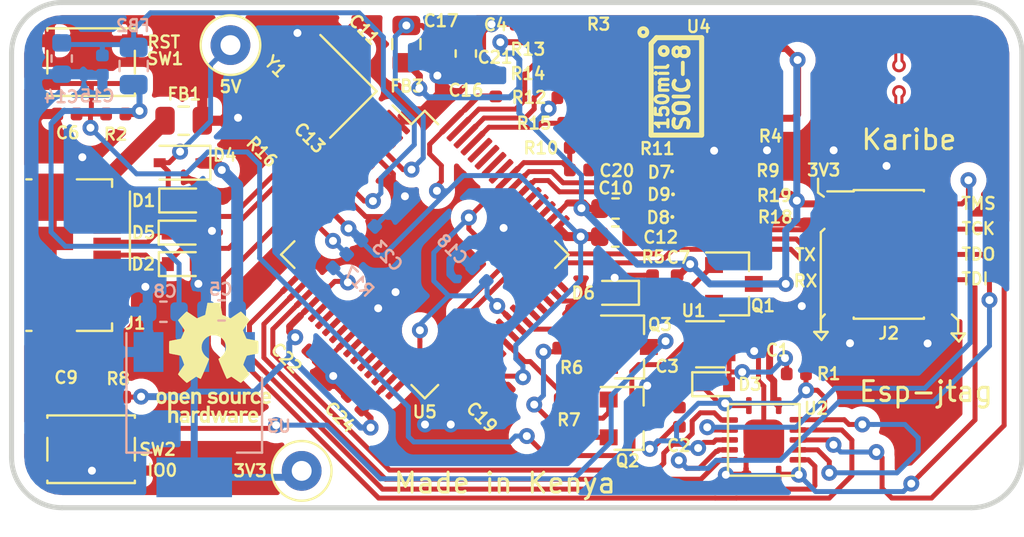
<source format=kicad_pcb>
(kicad_pcb (version 20171130) (host pcbnew 5.1.6-c6e7f7d~87~ubuntu18.04.1)
  (layers (0 F.Cu signal) (31 B.Cu signal) (34 B.Paste user) (35 F.Paste user) (36 B.SilkS user) (37 F.SilkS user) (38 B.Mask user hide) (39 F.Mask user) (44 Edge.Cuts user))
  (net 0 "")
  (net 1 GND)
  (net 2 VDD33_D)
  (net 3 ESP_EN_N)
  (net 4 VDD3V3)
  (net 5 VDD5V)
  (net 6 ESP_EN)
  (net 7 "Net-(C7-Pad1)")
  (net 8 ESP_IO0_B)
  (net 9 /OSCI)
  (net 10 VDD1V8)
  (net 11 /OSCO)
  (net 12 "Net-(C14-Pad1)")
  (net 13 "Net-(C16-Pad1)")
  (net 14 "Net-(D1-Pad1)")
  (net 15 USB_DP)
  (net 16 "Net-(D3-Pad2)")
  (net 17 USB_DM)
  (net 18 "Net-(D7-Pad2)")
  (net 19 "Net-(D8-Pad2)")
  (net 20 /FT_nRXLED)
  (net 21 "Net-(D9-Pad2)")
  (net 22 /FT_nTXLED)
  (net 23 "Net-(FB1-Pad1)")
  (net 24 FT_TDI)
  (net 25 FT_TxD)
  (net 26 FT_TDO)
  (net 27 FT_RxD)
  (net 28 FT_TCK)
  (net 29 FT_TMS)
  (net 30 FT_nRTS)
  (net 31 "Net-(Q2-Pad2)")
  (net 32 FT_nDTR)
  (net 33 "Net-(Q3-Pad2)")
  (net 34 EE_CS)
  (net 35 "Net-(R4-Pad1)")
  (net 36 "Net-(R10-Pad1)")
  (net 37 EE_DATA)
  (net 38 EE_CLK)
  (net 39 "Net-(R13-Pad1)")
  (net 40 "Net-(R14-Pad1)")
  (net 41 "Net-(R15-Pad1)")
  (net 42 "Net-(R16-Pad1)")
  (net 43 "Net-(R17-Pad1)")
  (net 44 ESP_TDI)
  (net 45 ESP_TCK)
  (net 46 ESP_TDO)
  (net 47 ESP_TMS)
  (module Symbol:OSHW-Logo_5.7x6mm_SilkScreen (layer F.Cu) (at 200.66 147.65528)
    (fp_text reference REF** hide)
    (fp_text value OSHW-Logo_5.7x6mm_SilkScreen hide)
  )
  (module artwork:karibe_logo (layer F.Cu) (at 235.1278 133.28142)
    (fp_text reference L1 hide)
    (fp_text value karibe_logo)
    (pad "" np_thru_hole circle (at -0.0127 0.75946) (size 0.2 0.2) (drill 0.2) (layers *.Cu *.Mask))
    (pad 2 smd custom (at -1.10744 1.69164) (size 0.1 0.05) (layers F.Cu F.Mask) (options (clearance outline) (anchor rect)) (primitives (gr_line (start 1.24714 -0.00762) (end 1.47222 -0.00762) (width 0.15)) (gr_line (start 3.047729 -0.494733) (end 3.047727 -0.657103) (width 0.15)) (gr_line (start 0.833571 -2.214628) (end 0.828044 -2.269495) (width 0.15)) (gr_line (start 1.155133 -1.201843) (end 1.206222 -1.185981) (width 0.15)) (gr_line (start 3.047727 -0.657103) (end 3.047724 -0.819474) (width 0.15)) (gr_line (start 3.047724 -0.819474) (end 3.047722 -0.981845) (width 0.15)) (gr_line (start 3.047722 -0.981845) (end 3.047719 -1.144216) (width 0.15)) (gr_line (start 0.937058 -2.842384) (end 0.937058 -2.960841) (width 0.15)) (gr_line (start 3.047734 -0.169991) (end 3.047732 -0.332362) (width 0.15)) (gr_line (start 3.047719 -1.144216) (end 3.047717 -1.306587) (width 0.15)) (gr_line (start 3.047717 -1.306587) (end 3.047633 -1.318568) (width 0.15)) (gr_line (start 0.844522 -0.842271) (end 0.835492 -0.872297) (width 0.15)) (gr_line (start 0.937064 -0.007613) (end 0.937064 -0.096369) (width 0.15)) (gr_line (start 3.047633 -1.318568) (end 3.044085 -1.35027) (width 0.15)) (gr_line (start 0.937058 -2.487018) (end 0.937058 -2.605469) (width 0.15)) (gr_line (start 1.24714 -0.269631) (end 1.24714 -0.182293) (width 0.15)) (gr_line (start 1.363802 -2.337299) (end 1.370242 -2.303873) (width 0.15)) (gr_line (start 3.044085 -1.35027) (end 3.032134 -1.395352) (width 0.15)) (gr_line (start 0.833584 -0.990045) (end 0.84945 -1.041141) (width 0.15)) (gr_line (start 1.299612 -0.750142) (end 1.274915 -0.726705) (width 0.15)) (gr_line (start 3.032134 -1.395352) (end 3.006849 -1.447469) (width 0.15)) (gr_line (start 1.155134 -2.002801) (end 1.100275 -1.99726) (width 0.15)) (gr_line (start 0.189405 -3.434671) (end 0.064797 -3.434671) (width 0.15)) (gr_line (start 3.006849 -1.447469) (end 2.963284 -1.500274) (width 0.15)) (gr_line (start 1.252465 -2.043769) (end 1.206229 -2.018667) (width 0.15)) (gr_line (start 1.351076 -2.16354) (end 1.325983 -2.1173) (width 0.15)) (gr_line (start 2.963284 -1.500274) (end 2.896499 -1.547423) (width 0.15)) (gr_line (start 2.896499 -1.547423) (end 2.80156 -1.582576) (width 0.15)) (gr_line (start 0.994324 -1.185988) (end 1.045421 -1.201843) (width 0.15)) (gr_line (start 0.912704 -2.466446) (end 0.937058 -2.487018) (width 0.15)) (gr_line (start 2.80156 -1.582576) (end 2.673521 -1.599376) (width 0.15)) (gr_line (start 1.100275 -1.99726) (end 1.045409 -2.002791) (width 0.15)) (gr_line (start 0.563239 -0.007613) (end 0.687847 -0.007613) (width 0.15)) (gr_line (start 0.064797 -3.434671) (end -0.059804 -3.434675) (width 0.15)) (gr_line (start 2.673521 -1.599376) (end 2.591926 -1.599376) (width 0.15)) (gr_line (start 2.591926 -1.599376) (end 2.510322 -1.599376) (width 0.15)) (gr_line (start 2.510322 -1.599376) (end 2.428717 -1.599376) (width 0.15)) (gr_line (start 2.428717 -1.599376) (end 2.347112 -1.599376) (width 0.15)) (gr_line (start 2.347112 -1.599376) (end 2.265508 -1.599376) (width 0.15)) (gr_line (start 2.265508 -1.599376) (end 2.183903 -1.599376) (width 0.15)) (gr_line (start 2.183903 -1.599376) (end 2.102298 -1.599376) (width 0.15)) (gr_line (start 2.102298 -1.599376) (end 2.020693 -1.599376) (width 0.15)) (gr_line (start 2.020693 -1.599376) (end 1.99301 -1.602446) (width 0.15)) (gr_line (start 0.937058 -2.605469) (end 0.937058 -2.723926) (width 0.15)) (gr_line (start 1.99301 -1.602446) (end 1.967258 -1.611236) (width 0.15)) (gr_line (start 1.967258 -1.611236) (end 1.943978 -1.625165) (width 0.15)) (gr_line (start 1.943978 -1.625165) (end 1.923713 -1.643617) (width 0.15)) (gr_line (start 0.844517 -2.362412) (end 0.856895 -2.391115) (width 0.15)) (gr_line (start 1.923713 -1.643617) (end 1.907007 -1.665999) (width 0.15)) (gr_line (start 0.937064 -0.451395) (end 0.937064 -0.540151) (width 0.15)) (gr_line (start 0.872486 -0.786473) (end 0.8569 -0.813569) (width 0.15)) (gr_line (start -0.059804 -0.435995) (end -0.059804 -0.007613) (width 0.15)) (gr_line (start 1.32104 -0.776277) (end 1.299612 -0.750142) (width 0.15)) (gr_line (start 0.948062 -2.043749) (end 0.907771 -2.076991) (width 0.15)) (gr_line (start 0.937064 -0.717664) (end 0.91271 -0.738237) (width 0.15)) (gr_line (start 1.907007 -1.665999) (end 1.894396 -1.691714) (width 0.15)) (gr_line (start 0.937058 -3.316214) (end 0.937058 -3.434671) (width 0.15)) (gr_line (start 1.894396 -1.691714) (end 1.886426 -1.720162) (width 0.15)) (gr_line (start 1.886426 -1.720162) (end 1.883656 -1.750744) (width 0.15)) (gr_line (start 1.883656 -1.750744) (end 1.883656 -1.759184) (width 0.15)) (gr_line (start 1.883656 -1.759184) (end 1.883656 -1.767624) (width 0.15)) (gr_line (start 1.24714 -0.444305) (end 1.24714 -0.356968) (width 0.15)) (gr_line (start 1.883656 -1.767624) (end 1.883656 -1.776064) (width 0.15)) (gr_line (start 1.883656 -1.776064) (end 1.883656 -1.784504) (width 0.15)) (gr_line (start 3.047732 -0.332362) (end 3.047729 -0.494733) (width 0.15)) (gr_line (start 1.697294 -0.00762) (end 1.922368 -0.00762) (width 0.15)) (gr_line (start 1.883656 -1.784504) (end 1.883656 -1.792944) (width 0.15)) (gr_line (start 2.147442 -0.00762) (end 2.372516 -0.00762) (width 0.15)) (gr_line (start 1.883656 -1.792944) (end 1.883656 -1.801384) (width 0.15)) (gr_line (start 1.883656 -1.801384) (end 1.883656 -1.809824) (width 0.15)) (gr_line (start 0.937064 -0.185126) (end 0.937064 -0.273882) (width 0.15)) (gr_line (start 0.891131 -2.443416) (end 0.912704 -2.466446) (width 0.15)) (gr_line (start 1.883656 -1.809824) (end 1.883656 -1.818264) (width 0.15)) (gr_line (start 0.835487 -2.332385) (end 0.844517 -2.362412) (width 0.15)) (gr_line (start 1.883656 -1.818264) (end 1.886426 -1.848848) (width 0.15)) (gr_line (start 1.886426 -1.848848) (end 1.894396 -1.877302) (width 0.15)) (gr_line (start 1.894396 -1.877302) (end 1.907007 -1.903025) (width 0.15)) (gr_line (start 1.363798 -0.867378) (end 1.353324 -0.835244) (width 0.15)) (gr_line (start 1.907007 -1.903025) (end 1.923713 -1.925417) (width 0.15)) (gr_line (start 1.923713 -1.925417) (end 1.943978 -1.943878) (width 0.15)) (gr_line (start 1.943978 -1.943878) (end 1.967258 -1.957806) (width 0.15)) (gr_line (start 0.874529 -2.117281) (end 0.849431 -2.163525) (width 0.15)) (gr_line (start 1.353324 -0.835244) (end 1.339008 -0.804761) (width 0.15)) (gr_line (start 0.064805 -0.007613) (end 0.189413 -0.007613) (width 0.15)) (gr_line (start 1.24714 -0.618979) (end 1.24714 -0.531642) (width 0.15)) (gr_line (start -0.059804 -0.007613) (end 0.064805 -0.007613) (width 0.15)) (gr_line (start 1.292735 -1.127649) (end 1.32597 -1.087368) (width 0.15)) (gr_line (start 0.812456 -0.007613) (end 0.937064 -0.007613) (width 0.15)) (gr_line (start 1.967258 -1.957806) (end 1.99301 -1.966596) (width 0.15)) (gr_line (start 1.47222 -0.00762) (end 1.697294 -0.00762) (width 0.15)) (gr_line (start 0.829954 -0.903364) (end 0.828049 -0.935186) (width 0.15)) (gr_line (start 1.99301 -1.966596) (end 2.020693 -1.969666) (width 0.15)) (gr_line (start 0.314014 -3.434671) (end 0.189405 -3.434671) (width 0.15)) (gr_line (start 0.948084 -1.160896) (end 0.994324 -1.185988) (width 0.15)) (gr_line (start 0.872481 -2.418211) (end 0.891131 -2.443416) (width 0.15)) (gr_line (start 0.937064 -0.540151) (end 0.937064 -0.628908) (width 0.15)) (gr_line (start 2.372516 -0.00762) (end 2.597589 -0.00762) (width 0.15)) (gr_line (start 2.020693 -1.969666) (end 2.102169 -1.969666) (width 0.15)) (gr_line (start 1.339008 -0.804761) (end 1.32104 -0.776277) (width 0.15)) (gr_line (start 0.937058 -3.079299) (end 0.937058 -3.197756) (width 0.15)) (gr_line (start 1.252454 -1.160885) (end 1.292735 -1.127649) (width 0.15)) (gr_line (start 0.835492 -0.872297) (end 0.829954 -0.903364) (width 0.15)) (gr_line (start 2.102169 -1.969666) (end 2.183645 -1.969666) (width 0.15)) (gr_line (start 2.183645 -1.969666) (end 2.265121 -1.969666) (width 0.15)) (gr_line (start 2.265121 -1.969666) (end 2.346597 -1.969666) (width 0.15)) (gr_line (start 0.812448 -3.434671) (end 0.68784 -3.434671) (width 0.15)) (gr_line (start 0.563231 -3.434671) (end 0.438622 -3.434671) (width 0.15)) (gr_line (start 2.346597 -1.969666) (end 2.428073 -1.969666) (width 0.15)) (gr_line (start 1.922368 -0.00762) (end 2.147442 -0.00762) (width 0.15)) (gr_line (start 1.045409 -2.002791) (end 0.994306 -2.018651) (width 0.15)) (gr_line (start 2.428073 -1.969666) (end 2.509548 -1.969666) (width 0.15)) (gr_line (start -0.059804 -3.434675) (end -0.059804 -3.006293) (width 0.15)) (gr_line (start 2.509548 -1.969666) (end 2.591024 -1.969666) (width 0.15)) (gr_line (start 1.366932 -2.214637) (end 1.351076 -2.16354) (width 0.15)) (gr_line (start 2.591024 -1.969666) (end 2.6725 -1.969666) (width 0.15)) (gr_line (start 0.891137 -0.761268) (end 0.872486 -0.786473) (width 0.15)) (gr_line (start 2.6725 -1.969666) (end 2.801887 -1.981243) (width 0.15)) (gr_line (start 0.828049 -0.935186) (end 0.833584 -0.990045) (width 0.15)) (gr_line (start 2.597589 -0.00762) (end 2.822663 -0.00762) (width 0.15)) (gr_line (start 1.206222 -1.185981) (end 1.252454 -1.160885) (width 0.15)) (gr_line (start -0.059804 -1.292762) (end -0.059804 -0.864379) (width 0.15)) (gr_line (start 2.801887 -1.981243) (end 2.897558 -2.016744) (width 0.15)) (gr_line (start 0.438622 -3.434671) (end 0.314014 -3.434671) (width 0.15)) (gr_line (start -0.059804 -1.721144) (end -0.059804 -1.292762) (width 0.15)) (gr_line (start 1.24714 -0.094957) (end 1.24714 -0.00762) (width 0.15)) (gr_line (start 2.897558 -2.016744) (end 2.964586 -2.068321) (width 0.15)) (gr_line (start -0.059804 -2.149527) (end -0.059804 -1.721144) (width 0.15)) (gr_line (start 1.372462 -2.269496) (end 1.366932 -2.214637) (width 0.15)) (gr_line (start 0.937058 -2.723926) (end 0.937058 -2.842384) (width 0.15)) (gr_line (start 0.828044 -2.269495) (end 0.829949 -2.301318) (width 0.15)) (gr_line (start 2.964586 -2.068321) (end 3.008047 -2.128123) (width 0.15)) (gr_line (start -0.059804 -0.864379) (end -0.059804 -0.435995) (width 0.15)) (gr_line (start 3.008047 -2.128123) (end 3.033017 -2.1883) (width 0.15)) (gr_line (start 0.91271 -0.738237) (end 0.891137 -0.761268) (width 0.15)) (gr_line (start 3.033017 -2.1883) (end 3.044564 -2.241003) (width 0.15)) (gr_line (start 1.370238 -0.900811) (end 1.363798 -0.867378) (width 0.15)) (gr_line (start 0.994306 -2.018651) (end 0.948062 -2.043749) (width 0.15)) (gr_line (start 1.24714 -0.706316) (end 1.24714 -0.618979) (width 0.15)) (gr_line (start 3.044564 -2.241003) (end 3.047784 -2.278381) (width 0.15)) (gr_line (start 0.937064 -0.096369) (end 0.937064 -0.185126) (width 0.15)) (gr_line (start 1.292748 -2.077011) (end 1.252465 -2.043769) (width 0.15)) (gr_line (start 3.047784 -2.278381) (end 3.047726 -2.292585) (width 0.15)) (gr_line (start 0.937058 -2.960841) (end 0.937058 -3.079299) (width 0.15)) (gr_line (start -0.059804 -2.57791) (end -0.059804 -2.149527) (width 0.15)) (gr_line (start 3.047726 -2.292585) (end 3.047726 -2.435269) (width 0.15)) (gr_line (start -0.059804 -3.006293) (end -0.059804 -2.57791) (width 0.15)) (gr_line (start 3.047726 -2.435269) (end 3.047726 -2.578042) (width 0.15)) (gr_line (start 0.687847 -0.007613) (end 0.812456 -0.007613) (width 0.15)) (gr_line (start 1.351066 -1.041135) (end 1.366928 -0.990046) (width 0.15)) (gr_line (start 0.937064 -0.628908) (end 0.937064 -0.717664) (width 0.15)) (gr_line (start 3.047726 -2.578042) (end 3.047726 -2.720814) (width 0.15)) (gr_line (start 3.047726 -2.720814) (end 3.047726 -2.863587) (width 0.15)) (gr_line (start 3.047737 -0.00762) (end 3.047734 -0.169991) (width 0.15)) (gr_line (start 3.047726 -2.863587) (end 3.047726 -3.00636) (width 0.15)) (gr_line (start 1.24714 -0.182293) (end 1.24714 -0.094957) (width 0.15)) (gr_line (start 1.24714 -0.356968) (end 1.24714 -0.269631) (width 0.15)) (gr_line (start 0.937058 -3.197756) (end 0.937058 -3.316214) (width 0.15)) (gr_line (start 3.047726 -3.00636) (end 3.047726 -3.149132) (width 0.15)) (gr_line (start 3.047726 -3.149132) (end 3.047726 -3.291905) (width 0.15)) (gr_line (start 1.100281 -1.207363) (end 1.155133 -1.201843) (width 0.15)) (gr_line (start 1.045421 -1.201843) (end 1.100281 -1.207363) (width 0.15)) (gr_line (start 3.047726 -3.291905) (end 3.047726 -3.434678) (width 0.15)) (gr_line (start 1.370242 -2.303873) (end 1.372462 -2.269496) (width 0.15)) (gr_line (start 3.047726 -3.434678) (end 2.822651 -3.434678) (width 0.15)) (gr_line (start 2.822651 -3.434678) (end 2.597579 -3.434678) (width 0.15)) (gr_line (start 0.937064 -0.273882) (end 0.937064 -0.362639) (width 0.15)) (gr_line (start 2.597579 -3.434678) (end 2.372508 -3.434678) (width 0.15)) (gr_line (start 0.68784 -3.434671) (end 0.563231 -3.434671) (width 0.15)) (gr_line (start 0.907771 -2.076991) (end 0.874529 -2.117281) (width 0.15)) (gr_line (start 2.822663 -0.00762) (end 3.047737 -0.00762) (width 0.15)) (gr_line (start 0.829949 -2.301318) (end 0.835487 -2.332385) (width 0.15)) (gr_line (start 2.372508 -3.434678) (end 2.147437 -3.434678) (width 0.15)) (gr_line (start 0.937064 -0.362639) (end 0.937064 -0.451395) (width 0.15)) (gr_line (start 2.147437 -3.434678) (end 1.922366 -3.434678) (width 0.15)) (gr_line (start 1.922366 -3.434678) (end 1.697294 -3.434678) (width 0.15)) (gr_line (start 1.697294 -3.434678) (end 1.472223 -3.434678) (width 0.15)) (gr_line (start 1.472223 -3.434678) (end 1.247151 -3.434678) (width 0.15)) (gr_line (start 1.366928 -0.990046) (end 1.372458 -0.935194) (width 0.15)) (gr_line (start 1.274915 -0.726705) (end 1.24714 -0.706316) (width 0.15)) (gr_line (start 1.247151 -3.434678) (end 1.247151 -3.317633) (width 0.15)) (gr_line (start 1.247151 -3.317633) (end 1.247151 -3.200589) (width 0.15)) (gr_line (start 0.874552 -1.087376) (end 0.907795 -1.12766) (width 0.15)) (gr_line (start 1.24714 -0.531642) (end 1.24714 -0.444305) (width 0.15)) (gr_line (start 1.247151 -3.200589) (end 1.247151 -3.083544) (width 0.15)) (gr_line (start 0.8569 -0.813569) (end 0.844522 -0.842271) (width 0.15)) (gr_line (start 1.206229 -2.018667) (end 1.155134 -2.002801) (width 0.15)) (gr_line (start 1.247151 -3.083544) (end 1.247151 -2.9665) (width 0.15)) (gr_line (start 1.247151 -2.9665) (end 1.247151 -2.849455) (width 0.15)) (gr_line (start 1.247151 -2.849455) (end 1.247151 -2.732411) (width 0.15)) (gr_line (start 0.856895 -2.391115) (end 0.872481 -2.418211) (width 0.15)) (gr_line (start 0.849431 -2.163525) (end 0.833571 -2.214628) (width 0.15)) (gr_line (start 0.937058 -3.434671) (end 0.812448 -3.434671) (width 0.15)) (gr_line (start 1.247151 -2.732411) (end 1.247151 -2.615366) (width 0.15)) (gr_line (start 1.247151 -2.615366) (end 1.247151 -2.498322) (width 0.15)) (gr_line (start 1.247151 -2.498322) (end 1.274921 -2.477938) (width 0.15)) (gr_line (start 1.274921 -2.477938) (end 1.299615 -2.454507) (width 0.15)) (gr_line (start 1.325983 -2.1173) (end 1.292748 -2.077011) (width 0.15)) (gr_line (start 0.84945 -1.041141) (end 0.874552 -1.087376) (width 0.15)) (gr_line (start 0.314022 -0.007613) (end 0.43863 -0.007613) (width 0.15)) (gr_line (start 1.299615 -2.454507) (end 1.321042 -2.428378) (width 0.15)) (gr_line (start 1.321042 -2.428378) (end 1.33901 -2.399901) (width 0.15)) (gr_line (start 1.32597 -1.087368) (end 1.351066 -1.041135) (width 0.15)) (gr_line (start 1.372458 -0.935194) (end 1.370238 -0.900811) (width 0.15)) (gr_line (start 0.43863 -0.007613) (end 0.563239 -0.007613) (width 0.15)) (gr_line (start 0.907795 -1.12766) (end 0.948084 -1.160896) (width 0.15)) (gr_line (start 0.189413 -0.007613) (end 0.314022 -0.007613) (width 0.15)) (gr_line (start 1.33901 -2.399901) (end 1.353327 -2.369425) (width 0.15)) (gr_line (start 1.353327 -2.369425) (end 1.363802 -2.337299) (width 0.15))))
    (pad "" np_thru_hole circle (at 0 -0.5842) (size 0.2 0.2) (drill 0.2) (layers *.Cu *.Mask))
  )
  (module esp-jtag:VQFN-14_3.6x3.6x05P (layer F.Cu) (at 228.3206 151.53132 270)
    (fp_text reference U2 (at -1.58496 -2.63398 180) (layer F.SilkS) (effects (font (size 0.6 0.6) (thickness 0.12))))
    (fp_text value SN74AHC125RGY)
    (pad 15 smd roundrect (at 0 0) (size 2.05 2.05) (layers F.Cu F.Paste F.Mask) (net 1 GND))
    (pad 7 smd roundrect (at 1.725 0.89) (size 0.28 0.75) (layers F.Cu F.Paste F.Mask) (net 1 GND))
    (pad 8 smd roundrect (at 1.725 -0.75) (size 0.28 0.85) (layers F.Cu F.Paste F.Mask) (net 44 ESP_TDI))
    (pad 14 smd roundrect (at -1.725 -0.75) (size 0.28 0.85) (layers F.Cu F.Paste F.Mask) (net 2 VDD33_D))
    (pad 1 smd roundrect (at -1.725 0.75) (size 0.28 0.85) (layers F.Cu F.Paste F.Mask) (net 3 ESP_EN_N))
    (pad 6 smd roundrect (at 1 1.725 270) (size 0.28 0.85) (layers F.Cu F.Paste F.Mask) (net 26 FT_TDO))
    (pad 5 smd roundrect (at 0.5 1.725 270) (size 0.28 0.85) (layers F.Cu F.Paste F.Mask) (net 46 ESP_TDO))
    (pad 4 smd roundrect (at 0 1.725 270) (size 0.28 0.85) (layers F.Cu F.Paste F.Mask) (net 3 ESP_EN_N))
    (pad 3 smd roundrect (at -0.5 1.725 270) (size 0.28 0.85) (layers F.Cu F.Paste F.Mask) (net 47 ESP_TMS))
    (pad 2 smd roundrect (at -1 1.725 270) (size 0.28 0.85) (layers F.Cu F.Paste F.Mask) (net 29 FT_TMS))
    (pad 9 smd roundrect (at 1 -1.725 270) (size 0.28 0.85) (layers F.Cu F.Paste F.Mask) (net 24 FT_TDI))
    (pad 10 smd roundrect (at 0.5 -1.725 270) (size 0.28 0.85) (layers F.Cu F.Paste F.Mask) (net 3 ESP_EN_N))
    (pad 11 smd roundrect (at 0 -1.725 270) (size 0.28 0.85) (layers F.Cu F.Paste F.Mask) (net 45 ESP_TCK))
    (pad 12 smd roundrect (at -0.5 -1.725 270) (size 0.28 0.85) (layers F.Cu F.Paste F.Mask) (net 28 FT_TCK))
    (pad 13 smd roundrect (at -1.016 -1.725 270) (size 0.28 0.85) (layers F.Cu F.Paste F.Mask) (net 3 ESP_EN_N))
  )
  (module Package_TO_SOT_SMD:SOT-23 (layer F.Cu) (at 221.54134 146.85772)
    (fp_text reference Q3 (at 1.55702 -1.12268) (layer F.SilkS) (effects (font (size 0.6 0.6) (thickness 0.12))))
    (fp_text value S8050)
    (pad 3 smd rect (at 1 0) (size 0.9 0.8) (layers F.Cu F.Paste F.Mask) (net 8 ESP_IO0_B))
    (pad 2 smd rect (at -1 0.95) (size 0.9 0.8) (layers F.Cu F.Paste F.Mask) (net 33 "Net-(Q3-Pad2)"))
    (pad 1 smd rect (at -1 -0.95) (size 0.9 0.8) (layers F.Cu F.Paste F.Mask) (net 32 FT_nDTR))
  )
  (module Package_TO_SOT_SMD:SOT-23 (layer F.Cu) (at 221.52102 150.45182)
    (fp_text reference Q2 (at -0.04318 2.1336) (layer F.SilkS) (effects (font (size 0.6 0.6) (thickness 0.12))))
    (fp_text value S8050)
    (pad 3 smd rect (at 1 0) (size 0.9 0.8) (layers F.Cu F.Paste F.Mask) (net 6 ESP_EN))
    (pad 2 smd rect (at -1 0.95) (size 0.9 0.8) (layers F.Cu F.Paste F.Mask) (net 31 "Net-(Q2-Pad2)"))
    (pad 1 smd rect (at -1 -0.95) (size 0.9 0.8) (layers F.Cu F.Paste F.Mask) (net 30 FT_nRTS))
  )
  (module Crystal:Crystal_SMD_3225-4Pin_3.2x2.5mm (layer F.Cu) (at 206.2734 133.75386 135)
    (fp_text reference Y1 (at 2.467774 -1.066854 135) (layer F.SilkS) (effects (font (size 0.6 0.6) (thickness 0.12))))
    (fp_text value 7M12000044)
    (pad 4 smd rect (at -1.1 -0.85 135) (size 1.4 1.2) (layers F.Cu F.Paste F.Mask) (net 1 GND) (clearance 0.12))
    (pad 3 smd rect (at 1.1 -0.85 135) (size 1.4 1.2) (layers F.Cu F.Paste F.Mask) (net 11 /OSCO))
    (pad 2 smd rect (at 1.1 0.85 135) (size 1.4 1.2) (layers F.Cu F.Paste F.Mask) (net 1 GND))
    (pad 1 smd rect (at -1.1 0.85 135) (size 1.4 1.2) (layers F.Cu F.Paste F.Mask) (net 9 /OSCI))
  )
  (module Package_QFP:LQFP-64_10x10mm_P0.5mm (layer F.Cu) (at 211.2772 142.2146 315)
    (fp_text reference U5 (at 5.592904 5.596496) (layer F.SilkS) (effects (font (size 0.6 0.6) (thickness 0.12))))
    (fp_text value FT2232H)
    (pad 64 smd roundrect (at -3.75 -5.675 315) (size 0.3 1.55) (layers F.Cu F.Paste F.Mask) (net 10 VDD1V8))
    (pad 63 smd roundrect (at -3.25 -5.675 315) (size 0.3 1.55) (layers F.Cu F.Paste F.Mask) (net 39 "Net-(R13-Pad1)"))
    (pad 62 smd roundrect (at -2.75 -5.675 315) (size 0.3 1.55) (layers F.Cu F.Paste F.Mask) (net 40 "Net-(R14-Pad1)"))
    (pad 61 smd roundrect (at -2.25 -5.675 315) (size 0.3 1.55) (layers F.Cu F.Paste F.Mask) (net 41 "Net-(R15-Pad1)"))
    (pad 60 smd roundrect (at -1.75 -5.675 315) (size 0.3 1.55) (layers F.Cu F.Paste F.Mask))
    (pad 59 smd roundrect (at -1.25 -5.675 315) (size 0.3 1.55) (layers F.Cu F.Paste F.Mask))
    (pad 58 smd roundrect (at -0.75 -5.675 315) (size 0.3 1.55) (layers F.Cu F.Paste F.Mask))
    (pad 57 smd roundrect (at -0.25 -5.675 315) (size 0.3 1.55) (layers F.Cu F.Paste F.Mask))
    (pad 56 smd roundrect (at 0.25 -5.675 315) (size 0.3 1.55) (layers F.Cu F.Paste F.Mask) (net 4 VDD3V3))
    (pad 55 smd roundrect (at 0.75 -5.675 315) (size 0.3 1.55) (layers F.Cu F.Paste F.Mask) (net 22 /FT_nTXLED))
    (pad 54 smd roundrect (at 1.25 -5.675 315) (size 0.3 1.55) (layers F.Cu F.Paste F.Mask) (net 20 /FT_nRXLED))
    (pad 53 smd roundrect (at 1.75 -5.675 315) (size 0.3 1.55) (layers F.Cu F.Paste F.Mask))
    (pad 52 smd roundrect (at 2.25 -5.675 315) (size 0.3 1.55) (layers F.Cu F.Paste F.Mask))
    (pad 51 smd roundrect (at 2.75 -5.675 315) (size 0.3 1.55) (layers F.Cu F.Paste F.Mask) (net 1 GND))
    (pad 50 smd roundrect (at 3.25 -5.675 315) (size 0.3 1.55) (layers F.Cu F.Paste F.Mask) (net 4 VDD3V3))
    (pad 49 smd roundrect (at 3.75 -5.675 315) (size 0.3 1.55) (layers F.Cu F.Paste F.Mask) (net 10 VDD1V8))
    (pad 48 smd roundrect (at 5.675 -3.75 315) (size 1.55 0.3) (layers F.Cu F.Paste F.Mask))
    (pad 47 smd roundrect (at 5.675 -3.25 315) (size 1.55 0.3) (layers F.Cu F.Paste F.Mask) (net 1 GND))
    (pad 46 smd roundrect (at 5.675 -2.75 315) (size 1.55 0.3) (layers F.Cu F.Paste F.Mask))
    (pad 45 smd roundrect (at 5.675 -2.25 315) (size 1.55 0.3) (layers F.Cu F.Paste F.Mask))
    (pad 44 smd roundrect (at 5.675 -1.75 315) (size 1.55 0.3) (layers F.Cu F.Paste F.Mask))
    (pad 43 smd roundrect (at 5.675 -1.25 315) (size 1.55 0.3) (layers F.Cu F.Paste F.Mask) (net 32 FT_nDTR))
    (pad 42 smd roundrect (at 5.675 -0.75 315) (size 1.55 0.3) (layers F.Cu F.Paste F.Mask) (net 4 VDD3V3))
    (pad 41 smd roundrect (at 5.675 -0.25 315) (size 1.55 0.3) (layers F.Cu F.Paste F.Mask))
    (pad 40 smd roundrect (at 5.675 0.25 315) (size 1.55 0.3) (layers F.Cu F.Paste F.Mask) (net 30 FT_nRTS))
    (pad 39 smd roundrect (at 5.675 0.75 315) (size 1.55 0.3) (layers F.Cu F.Paste F.Mask) (net 27 FT_RxD))
    (pad 38 smd roundrect (at 5.675 1.25 315) (size 1.55 0.3) (layers F.Cu F.Paste F.Mask) (net 25 FT_TxD))
    (pad 37 smd roundrect (at 5.675 1.75 315) (size 1.55 0.3) (layers F.Cu F.Paste F.Mask) (net 10 VDD1V8) (clearance 0.12))
    (pad 36 smd roundrect (at 5.675 2.25 315) (size 1.55 0.3) (layers F.Cu F.Paste F.Mask))
    (pad 35 smd roundrect (at 5.675 2.75 315) (size 1.55 0.3) (layers F.Cu F.Paste F.Mask) (net 1 GND))
    (pad 34 smd roundrect (at 5.675 3.25 315) (size 1.55 0.3) (layers F.Cu F.Paste F.Mask))
    (pad 33 smd roundrect (at 5.675 3.75 315) (size 1.55 0.3) (layers F.Cu F.Paste F.Mask))
    (pad 32 smd roundrect (at 3.749999 5.675 315) (size 0.3 1.55) (layers F.Cu F.Paste F.Mask) (clearance 0.1))
    (pad 31 smd roundrect (at 3.25 5.675 315) (size 0.3 1.55) (layers F.Cu F.Paste F.Mask) (net 4 VDD3V3) (clearance 0.1))
    (pad 30 smd roundrect (at 2.75 5.675 315) (size 0.3 1.55) (layers F.Cu F.Paste F.Mask) (clearance 0.1))
    (pad 29 smd roundrect (at 2.25 5.675 315) (size 0.3 1.55) (layers F.Cu F.Paste F.Mask))
    (pad 28 smd roundrect (at 1.75 5.675 315) (size 0.3 1.55) (layers F.Cu F.Paste F.Mask))
    (pad 27 smd roundrect (at 1.25 5.675 315) (size 0.3 1.55) (layers F.Cu F.Paste F.Mask))
    (pad 26 smd roundrect (at 0.75 5.675 315) (size 0.3 1.55) (layers F.Cu F.Paste F.Mask))
    (pad 25 smd roundrect (at 0.25 5.675 315) (size 0.3 1.55) (layers F.Cu F.Paste F.Mask) (net 1 GND))
    (pad 24 smd roundrect (at -0.25 5.675 315) (size 0.3 1.55) (layers F.Cu F.Paste F.Mask))
    (pad 23 smd roundrect (at -0.75 5.675 315) (size 0.3 1.55) (layers F.Cu F.Paste F.Mask))
    (pad 22 smd roundrect (at -1.25 5.675 315) (size 0.3 1.55) (layers F.Cu F.Paste F.Mask))
    (pad 21 smd roundrect (at -1.75 5.675 315) (size 0.3 1.55) (layers F.Cu F.Paste F.Mask))
    (pad 20 smd roundrect (at -2.25 5.675 315) (size 0.3 1.55) (layers F.Cu F.Paste F.Mask) (net 4 VDD3V3))
    (pad 19 smd roundrect (at -2.75 5.675 315) (size 0.3 1.55) (layers F.Cu F.Paste F.Mask) (net 29 FT_TMS))
    (pad 18 smd roundrect (at -3.25 5.675 315) (size 0.3 1.55) (layers F.Cu F.Paste F.Mask) (net 26 FT_TDO))
    (pad 17 smd roundrect (at -3.75 5.675 315) (size 0.3 1.55) (layers F.Cu F.Paste F.Mask) (net 24 FT_TDI))
    (pad 16 smd roundrect (at -5.675 3.75 315) (size 1.55 0.3) (layers F.Cu F.Paste F.Mask) (net 28 FT_TCK))
    (pad 15 smd roundrect (at -5.675 3.25 315) (size 1.55 0.3) (layers F.Cu F.Paste F.Mask) (net 1 GND))
    (pad 14 smd roundrect (at -5.675 2.75 315) (size 1.55 0.3) (layers F.Cu F.Paste F.Mask) (net 43 "Net-(R17-Pad1)"))
    (pad 13 smd roundrect (at -5.675 2.25 315) (size 1.55 0.3) (layers F.Cu F.Paste F.Mask) (net 1 GND))
    (pad 12 smd roundrect (at -5.675 1.75 315) (size 1.55 0.3) (layers F.Cu F.Paste F.Mask) (net 10 VDD1V8))
    (pad 11 smd roundrect (at -5.675 1.25 315) (size 1.55 0.3) (layers F.Cu F.Paste F.Mask) (net 1 GND))
    (pad 10 smd roundrect (at -5.675 0.75 315) (size 1.55 0.3) (layers F.Cu F.Paste F.Mask) (net 1 GND))
    (pad 9 smd roundrect (at -5.675 0.25 315) (size 1.55 0.3) (layers F.Cu F.Paste F.Mask) (net 12 "Net-(C14-Pad1)"))
    (pad 8 smd roundrect (at -5.675 -0.25 315) (size 1.55 0.3) (layers F.Cu F.Paste F.Mask) (net 15 USB_DP))
    (pad 7 smd roundrect (at -5.675 -0.75 315) (size 1.55 0.3) (layers F.Cu F.Paste F.Mask) (net 17 USB_DM))
    (pad 6 smd roundrect (at -5.675 -1.25 315) (size 1.55 0.3) (layers F.Cu F.Paste F.Mask) (net 42 "Net-(R16-Pad1)"))
    (pad 5 smd roundrect (at -5.675 -1.75 315) (size 1.55 0.3) (layers F.Cu F.Paste F.Mask) (net 1 GND))
    (pad 4 smd roundrect (at -5.675 -2.25 315) (size 1.55 0.3) (layers F.Cu F.Paste F.Mask) (net 13 "Net-(C16-Pad1)"))
    (pad 3 smd roundrect (at -5.675 -2.75 315) (size 1.55 0.3) (layers F.Cu F.Paste F.Mask) (net 11 /OSCO))
    (pad 2 smd roundrect (at -5.675 -3.25 315) (size 1.55 0.3) (layers F.Cu F.Paste F.Mask) (net 9 /OSCI))
    (pad 1 smd roundrect (at -5.675 -3.75 315) (size 1.55 0.3) (layers F.Cu F.Paste F.Mask) (net 1 GND))
  )
  (module RF:SOIC-8_150mil (layer F.Cu) (at 223.9264 133.7564 270)
    (fp_text reference U4 (at -3.00736 -1.12014) (layer F.SilkS) (effects (font (size 0.6 0.6) (thickness 0.12))))
    (fp_text value 93CxxC)
    (fp_text user SOIC-8 (at 0.05588 -0.27178 90) (layer F.SilkS) (effects (font (size 0.762 0.762) (thickness 0.1905))))
    (fp_text user 150mil (at 0.508 0.7112 90) (layer F.SilkS) (effects (font (size 0.635 0.635) (thickness 0.15875))))
    (pad 8 smd rect (at -1.905 -2.5 270) (size 0.6 2.2) (layers F.Cu F.Paste F.Mask) (net 4 VDD3V3) (clearance 0.0508))
    (pad 7 smd rect (at -0.635 -2.5 270) (size 0.6 2.2) (layers F.Cu F.Paste F.Mask) (clearance 0.0508))
    (pad 6 smd rect (at 0.635 -2.5 270) (size 0.6 2.2) (layers F.Cu F.Paste F.Mask) (net 35 "Net-(R4-Pad1)") (clearance 0.0508))
    (pad 5 smd rect (at 1.905 -2.5 270) (size 0.6 2.2) (layers F.Cu F.Paste F.Mask) (net 1 GND) (clearance 0.0508))
    (pad 4 smd rect (at 1.905 2.5 270) (size 0.6 2.2) (layers F.Cu F.Paste F.Mask) (net 36 "Net-(R10-Pad1)") (clearance 0.0508))
    (pad 3 smd rect (at 0.635 2.5 270) (size 0.6 2.2) (layers F.Cu F.Paste F.Mask) (net 37 EE_DATA) (clearance 0.0508))
    (pad 2 smd rect (at -0.635 2.5 270) (size 0.6 2.2) (layers F.Cu F.Paste F.Mask) (net 38 EE_CLK) (clearance 0.0508))
    (pad 1 smd rect (at -1.905 2.5 270) (size 0.6 2.2) (layers F.Cu F.Paste F.Mask) (net 34 EE_CS) (clearance 0.0508))
  )
  (module Package_TO_SOT_SMD:SOT-223-3_TabPin2 (layer B.Cu) (at 199.68464 150.26132 270)
    (fp_text reference U3 (at 0.58166 -4.2545 180) (layer B.SilkS) (effects (font (size 0.6 0.6) (thickness 0.12)) (justify mirror)))
    (fp_text value AMS1117-3.3)
    (pad 1 smd rect (at -3.15 2.3 270) (size 2 1.5) (layers B.Cu B.Paste B.Mask) (net 1 GND))
    (pad 3 smd rect (at -3.15 -2.3 270) (size 2 1.5) (layers B.Cu B.Paste B.Mask) (net 5 VDD5V))
    (pad 2 smd rect (at -3.15 0 270) (size 2 1.5) (layers B.Cu B.Paste B.Mask) (net 4 VDD3V3))
    (pad 2 smd rect (at 3.15 0 270) (size 2 3.8) (layers B.Cu B.Paste B.Mask) (net 4 VDD3V3))
  )
  (module Package_TO_SOT_SMD:SOT-353_SC-70-5 (layer F.Cu) (at 225.62058 146.7231)
    (fp_text reference U1 (at -0.83058 -1.6891) (layer F.SilkS) (effects (font (size 0.6 0.6) (thickness 0.12))))
    (fp_text value 74AHC1GU04)
    (pad 5 smd rect (at 0.95 -0.65) (size 0.65 0.4) (layers F.Cu F.Paste F.Mask) (net 2 VDD33_D))
    (pad 4 smd rect (at 0.95 0.65) (size 0.65 0.4) (layers F.Cu F.Paste F.Mask) (net 16 "Net-(D3-Pad2)"))
    (pad 2 smd rect (at -0.95 0) (size 0.65 0.4) (layers F.Cu F.Paste F.Mask) (net 6 ESP_EN))
    (pad 3 smd rect (at -0.95 0.65) (size 0.65 0.4) (layers F.Cu F.Paste F.Mask) (net 1 GND))
    (pad 1 smd rect (at -0.95 -0.65) (size 0.65 0.4) (layers F.Cu F.Paste F.Mask))
  )
  (module TestPoint:TestPoint_Loop_D1.80mm_Drill1.0mm_Beaded (layer F.Cu) (at 205.08722 153.08834)
    (fp_text reference TP2 hide)
    (fp_text value 3V3)
    (pad 1 thru_hole circle (at 0 0) (size 2 2) (drill 1) (layers *.Cu *.Mask) (net 4 VDD3V3))
  )
  (module TestPoint:TestPoint_Loop_D1.80mm_Drill1.0mm_Beaded (layer F.Cu) (at 201.50582 131.68122 270)
    (fp_text reference TP1 hide)
    (fp_text value VBUS)
    (pad 1 thru_hole circle (at 0 0 270) (size 2 2) (drill 1) (layers *.Cu *.Mask) (net 14 "Net-(D1-Pad1)"))
  )
  (module Button_Switch_SMD:SW_SPST_PTS810 (layer F.Cu) (at 194.5 152 180)
    (fp_text reference SW2 (at -3.34568 -0.00884) (layer F.SilkS) (effects (font (size 0.6 0.6) (thickness 0.12))))
    (fp_text value SW_SPST)
    (pad 2 smd rect (at 2.075 1.075 180) (size 1.05 0.65) (layers F.Cu F.Paste F.Mask) (net 8 ESP_IO0_B))
    (pad 2 smd rect (at -2.075 1.075 180) (size 1.05 0.65) (layers F.Cu F.Paste F.Mask) (net 8 ESP_IO0_B))
    (pad 1 smd rect (at 2.075 -1.075 180) (size 1.05 0.65) (layers F.Cu F.Paste F.Mask) (net 1 GND))
    (pad 1 smd rect (at -2.075 -1.075 180) (size 1.05 0.65) (layers F.Cu F.Paste F.Mask) (net 1 GND))
  )
  (module Button_Switch_SMD:SW_SPST_PTS810 (layer F.Cu) (at 194.5 132.5372)
    (fp_text reference SW1 (at 3.71906 -0.17018) (layer F.SilkS) (effects (font (size 0.6 0.6) (thickness 0.12))))
    (fp_text value SW_SPST)
    (pad 2 smd rect (at 2.075 1.075) (size 1.05 0.65) (layers F.Cu F.Paste F.Mask) (net 6 ESP_EN))
    (pad 2 smd rect (at -2.075 1.075) (size 1.05 0.65) (layers F.Cu F.Paste F.Mask) (net 6 ESP_EN))
    (pad 1 smd rect (at 2.075 -1.075) (size 1.05 0.65) (layers F.Cu F.Paste F.Mask) (net 1 GND))
    (pad 1 smd rect (at -2.075 -1.075) (size 1.05 0.65) (layers F.Cu F.Paste F.Mask) (net 1 GND))
  )
  (module Resistor_SMD:R_0402_1005Metric (layer F.Cu) (at 226.96918 139.18184 180)
    (fp_text reference R19 (at -1.8772 -0.06604) (layer F.SilkS) (effects (font (size 0.6 0.6) (thickness 0.12))))
    (fp_text value 2.2K/1%/0402)
    (pad 2 smd roundrect (at 0.485 0 180) (size 0.59 0.64) (layers F.Cu F.Paste F.Mask) (net 21 "Net-(D9-Pad2)"))
    (pad 1 smd roundrect (at -0.485 0 180) (size 0.59 0.64) (layers F.Cu F.Paste F.Mask) (net 4 VDD3V3))
  )
  (module Resistor_SMD:R_0402_1005Metric (layer F.Cu) (at 226.9998 140.31976 180)
    (fp_text reference R18 (at -1.89738 -0.01016) (layer F.SilkS) (effects (font (size 0.6 0.6) (thickness 0.12))))
    (fp_text value 2.2K/1%/0402)
    (pad 2 smd roundrect (at 0.485 0 180) (size 0.59 0.64) (layers F.Cu F.Paste F.Mask) (net 19 "Net-(D8-Pad2)"))
    (pad 1 smd roundrect (at -0.485 0 180) (size 0.59 0.64) (layers F.Cu F.Paste F.Mask) (net 4 VDD3V3))
  )
  (module Resistor_SMD:R_0402_1005Metric (layer B.Cu) (at 207.00746 142.53718 225)
    (fp_text reference R17 (at 0.06825 -1.397328 135) (layer B.SilkS) (effects (font (size 0.6 0.6) (thickness 0.12)) (justify mirror)))
    (fp_text value 1K/1%)
    (pad 2 smd roundrect (at 0.485 0 225) (size 0.59 0.64) (layers B.Cu B.Paste B.Mask) (net 4 VDD3V3))
    (pad 1 smd roundrect (at -0.485 0 225) (size 0.59 0.64) (layers B.Cu B.Paste B.Mask) (net 43 "Net-(R17-Pad1)"))
  )
  (module Resistor_SMD:R_0402_1005Metric (layer F.Cu) (at 203.708 136.38784 135)
    (fp_text reference R16 (at -0.028737 -0.908802 135) (layer F.SilkS) (effects (font (size 0.6 0.6) (thickness 0.12))))
    (fp_text value 12K/1%)
    (pad 2 smd roundrect (at 0.485 0 135) (size 0.59 0.64) (layers F.Cu F.Paste F.Mask) (net 1 GND))
    (pad 1 smd roundrect (at -0.485 0 135) (size 0.59 0.64) (layers F.Cu F.Paste F.Mask) (net 42 "Net-(R16-Pad1)"))
  )
  (module Resistor_SMD:R_0402_1005Metric (layer F.Cu) (at 218.72194 135.6106)
    (fp_text reference R15 (at -1.95326 -0.00254) (layer F.SilkS) (effects (font (size 0.6 0.6) (thickness 0.12))))
    (fp_text value 33R/1%/0402)
    (pad 2 smd roundrect (at 0.485 0) (size 0.59 0.64) (layers F.Cu F.Paste F.Mask) (net 37 EE_DATA))
    (pad 1 smd roundrect (at -0.485 0) (size 0.59 0.64) (layers F.Cu F.Paste F.Mask) (net 41 "Net-(R15-Pad1)"))
  )
  (module Resistor_SMD:R_0402_1005Metric (layer F.Cu) (at 218.4273 133.14426)
    (fp_text reference R14 (at -1.9685 -0.03048) (layer F.SilkS) (effects (font (size 0.6 0.6) (thickness 0.12))))
    (fp_text value 33R/1%/0402)
    (pad 2 smd roundrect (at 0.485 0) (size 0.59 0.64) (layers F.Cu F.Paste F.Mask) (net 38 EE_CLK))
    (pad 1 smd roundrect (at -0.485 0) (size 0.59 0.64) (layers F.Cu F.Paste F.Mask) (net 40 "Net-(R14-Pad1)"))
  )
  (module Resistor_SMD:R_0402_1005Metric (layer F.Cu) (at 218.44254 131.86918)
    (fp_text reference R13 (at -1.98374 0.02286) (layer F.SilkS) (effects (font (size 0.6 0.6) (thickness 0.12))))
    (fp_text value 33R/1%/0402)
    (pad 2 smd roundrect (at 0.485 0) (size 0.59 0.64) (layers F.Cu F.Paste F.Mask) (net 34 EE_CS))
    (pad 1 smd roundrect (at -0.485 0) (size 0.59 0.64) (layers F.Cu F.Paste F.Mask) (net 39 "Net-(R13-Pad1)"))
  )
  (module Resistor_SMD:R_0402_1005Metric (layer F.Cu) (at 218.4273 134.32536 180)
    (fp_text reference R12 (at 1.90754 0.0127) (layer F.SilkS) (effects (font (size 0.6 0.6) (thickness 0.12))))
    (fp_text value 10K/1%/0402)
    (pad 2 smd roundrect (at 0.485 0 180) (size 0.59 0.64) (layers F.Cu F.Paste F.Mask) (net 4 VDD3V3))
    (pad 1 smd roundrect (at -0.485 0 180) (size 0.59 0.64) (layers F.Cu F.Paste F.Mask) (net 38 EE_CLK))
  )
  (module Resistor_SMD:R_0402_1005Metric (layer F.Cu) (at 221.11462 136.8425)
    (fp_text reference R11 (at 1.85166 0.04572) (layer F.SilkS) (effects (font (size 0.6 0.6) (thickness 0.12))))
    (fp_text value 2.2K/1%/0402)
    (pad 2 smd roundrect (at 0.485 0) (size 0.59 0.64) (layers F.Cu F.Paste F.Mask) (net 36 "Net-(R10-Pad1)"))
    (pad 1 smd roundrect (at -0.485 0) (size 0.59 0.64) (layers F.Cu F.Paste F.Mask) (net 37 EE_DATA))
  )
  (module Resistor_SMD:R_0402_1005Metric (layer F.Cu) (at 219.0496 136.8298 180)
    (fp_text reference R10 (at 1.9304 -0.0254) (layer F.SilkS) (effects (font (size 0.6 0.6) (thickness 0.12))))
    (fp_text value 10K/1%/0402)
    (pad 2 smd roundrect (at 0.485 0 180) (size 0.59 0.64) (layers F.Cu F.Paste F.Mask) (net 4 VDD3V3))
    (pad 1 smd roundrect (at -0.485 0 180) (size 0.59 0.64) (layers F.Cu F.Paste F.Mask) (net 36 "Net-(R10-Pad1)"))
  )
  (module Resistor_SMD:R_0402_1005Metric (layer F.Cu) (at 226.92106 138.02614)
    (fp_text reference R9 (at 1.61036 -0.03048) (layer F.SilkS) (effects (font (size 0.6 0.6) (thickness 0.12))))
    (fp_text value 2.2K/1%/0402)
    (pad 2 smd roundrect (at 0.485 0) (size 0.59 0.64) (layers F.Cu F.Paste F.Mask) (net 4 VDD3V3))
    (pad 1 smd roundrect (at -0.485 0) (size 0.59 0.64) (layers F.Cu F.Paste F.Mask) (net 18 "Net-(D7-Pad2)"))
  )
  (module Resistor_SMD:R_0402_1005Metric (layer F.Cu) (at 195.7324 149.3774 180)
    (fp_text reference R8 (at -0.127 0.91948) (layer F.SilkS) (effects (font (size 0.6 0.6) (thickness 0.12))))
    (fp_text value 10K/1%/0402)
    (pad 2 smd roundrect (at 0.485 0 180) (size 0.59 0.64) (layers F.Cu F.Paste F.Mask) (net 8 ESP_IO0_B))
    (pad 1 smd roundrect (at -0.485 0 180) (size 0.59 0.64) (layers F.Cu F.Paste F.Mask) (net 4 VDD3V3))
  )
  (module Resistor_SMD:R_0402_1005Metric (layer F.Cu) (at 218.54668 149.49424)
    (fp_text reference R7 (at -0.0254 1.03124) (layer F.SilkS) (effects (font (size 0.6 0.6) (thickness 0.12))))
    (fp_text value 10K/1%/0402)
    (pad 2 smd roundrect (at 0.485 0) (size 0.59 0.64) (layers F.Cu F.Paste F.Mask) (net 33 "Net-(Q3-Pad2)"))
    (pad 1 smd roundrect (at -0.485 0) (size 0.59 0.64) (layers F.Cu F.Paste F.Mask) (net 30 FT_nRTS))
  )
  (module Resistor_SMD:R_0402_1005Metric (layer F.Cu) (at 218.47302 146.91614 180)
    (fp_text reference R6 (at -0.18796 -0.9779) (layer F.SilkS) (effects (font (size 0.6 0.6) (thickness 0.12))))
    (fp_text value 10K/1%/0402)
    (pad 2 smd roundrect (at 0.485 0 180) (size 0.59 0.64) (layers F.Cu F.Paste F.Mask) (net 31 "Net-(Q2-Pad2)"))
    (pad 1 smd roundrect (at -0.485 0 180) (size 0.59 0.64) (layers F.Cu F.Paste F.Mask) (net 32 FT_nDTR))
  )
  (module Resistor_SMD:R_0402_1005Metric (layer F.Cu) (at 222.72752 143.73606 270)
    (fp_text reference R5 (at -1.40462 -0.0381 180) (layer F.SilkS) (effects (font (size 0.6 0.6) (thickness 0.12))))
    (fp_text value 10K/1%/0402)
    (pad 2 smd roundrect (at 0.485 0 270) (size 0.59 0.64) (layers F.Cu F.Paste F.Mask) (net 7 "Net-(C7-Pad1)"))
    (pad 1 smd roundrect (at -0.485 0 270) (size 0.59 0.64) (layers F.Cu F.Paste F.Mask) (net 1 GND))
  )
  (module Resistor_SMD:R_0402_1005Metric (layer F.Cu) (at 228.6254 134.874 270)
    (fp_text reference R4 (at 1.38938 -0.03048 180) (layer F.SilkS) (effects (font (size 0.6 0.6) (thickness 0.12))))
    (fp_text value 0/1%/0402)
    (pad 2 smd roundrect (at 0.485 0 270) (size 0.59 0.64) (layers F.Cu F.Paste F.Mask) (net 4 VDD3V3))
    (pad 1 smd roundrect (at -0.485 0 270) (size 0.59 0.64) (layers F.Cu F.Paste F.Mask) (net 35 "Net-(R4-Pad1)"))
  )
  (module Resistor_SMD:R_0402_1005Metric (layer F.Cu) (at 218.44 130.6322 180)
    (fp_text reference R3 (at -1.5748 0) (layer F.SilkS) (effects (font (size 0.6 0.6) (thickness 0.12))))
    (fp_text value 10K/1%/0402)
    (pad 2 smd roundrect (at 0.485 0 180) (size 0.59 0.64) (layers F.Cu F.Paste F.Mask) (net 4 VDD3V3))
    (pad 1 smd roundrect (at -0.485 0 180) (size 0.59 0.64) (layers F.Cu F.Paste F.Mask) (net 34 EE_CS))
  )
  (module Resistor_SMD:R_0402_1005Metric (layer F.Cu) (at 195.74002 135.14578 180)
    (fp_text reference R2 (at 0.00508 -1.01854) (layer F.SilkS) (effects (font (size 0.6 0.6) (thickness 0.12))))
    (fp_text value 10K/1%/0402)
    (pad 2 smd roundrect (at 0.485 0 180) (size 0.59 0.64) (layers F.Cu F.Paste F.Mask) (net 6 ESP_EN))
    (pad 1 smd roundrect (at -0.485 0 180) (size 0.59 0.64) (layers F.Cu F.Paste F.Mask) (net 4 VDD3V3))
  )
  (module Resistor_SMD:R_0402_1005Metric (layer F.Cu) (at 229.95904 148.21154 180)
    (fp_text reference R1 (at -1.6256 0.00762) (layer F.SilkS) (effects (font (size 0.6 0.6) (thickness 0.12))))
    (fp_text value 10K/1%/0402)
    (pad 2 smd roundrect (at 0.485 0 180) (size 0.59 0.64) (layers F.Cu F.Paste F.Mask) (net 16 "Net-(D3-Pad2)"))
    (pad 1 smd roundrect (at -0.485 0 180) (size 0.59 0.64) (layers F.Cu F.Paste F.Mask) (net 3 ESP_EN_N))
  )
  (module Package_TO_SOT_SMD:SOT-23 (layer F.Cu) (at 226.81946 143.6878)
    (fp_text reference Q1 (at 1.4605 1.09982) (layer F.SilkS) (effects (font (size 0.6 0.6) (thickness 0.12))))
    (fp_text value WST03P06)
    (pad 3 smd rect (at 1 0) (size 0.9 0.8) (layers F.Cu F.Paste F.Mask) (net 4 VDD3V3))
    (pad 2 smd rect (at -1 0.95) (size 0.9 0.8) (layers F.Cu F.Paste F.Mask) (net 2 VDD33_D))
    (pad 1 smd rect (at -1 -0.95) (size 0.9 0.8) (layers F.Cu F.Paste F.Mask) (net 7 "Net-(C7-Pad1)"))
  )
  (module Connector_PinHeader_1.27mm:PinHeader_2x05_P1.27mm_Vertical_SMD (layer F.Cu) (at 234.6071 142.20444)
    (fp_text reference J2 (at -0.00254 3.96494) (layer F.SilkS) (effects (font (size 0.6 0.6) (thickness 0.12))))
    (fp_text value JTAG)
    (pad 10 smd rect (at 1.95 2.54) (size 2.4 0.74) (layers F.Cu F.Paste F.Mask) (net 1 GND))
    (pad 9 smd rect (at -1.95 2.54) (size 2.4 0.74) (layers F.Cu F.Paste F.Mask) (net 1 GND))
    (pad 8 smd rect (at 1.95 1.27) (size 2.4 0.74) (layers F.Cu F.Paste F.Mask) (net 44 ESP_TDI))
    (pad 7 smd rect (at -1.95 1.27) (size 2.4 0.74) (layers F.Cu F.Paste F.Mask) (net 27 FT_RxD))
    (pad 6 smd rect (at 1.95 0) (size 2.4 0.74) (layers F.Cu F.Paste F.Mask) (net 46 ESP_TDO))
    (pad 5 smd rect (at -1.95 0) (size 2.4 0.74) (layers F.Cu F.Paste F.Mask) (net 25 FT_TxD))
    (pad 4 smd rect (at 1.95 -1.27) (size 2.4 0.74) (layers F.Cu F.Paste F.Mask) (net 45 ESP_TCK))
    (pad 3 smd rect (at -1.95 -1.27) (size 2.4 0.74) (layers F.Cu F.Paste F.Mask) (net 1 GND))
    (pad 2 smd rect (at 1.95 -2.54) (size 2.4 0.74) (layers F.Cu F.Paste F.Mask) (net 47 ESP_TMS))
    (pad 1 smd rect (at -1.95 -2.54) (size 2.4 0.74) (layers F.Cu F.Paste F.Mask) (net 4 VDD3V3))
  )
  (module Connector_USB:USB_Micro-B_Molex_47346-0001 (layer F.Cu) (at 193.84376 142.24 270)
    (fp_text reference J1 (at 3.42392 -2.87924) (layer F.SilkS) (effects (font (size 0.6 0.6) (thickness 0.12))))
    (fp_text value USB_B_Micro)
    (pad 6 smd rect (at 0.84 1.2 270) (size 1.175 1.9) (layers F.Cu F.Paste F.Mask) (net 23 "Net-(FB1-Pad1)"))
    (pad 6 smd rect (at -0.84 1.2 270) (size 1.175 1.9) (layers F.Cu F.Paste F.Mask) (net 23 "Net-(FB1-Pad1)"))
    (pad 6 smd rect (at 2.91 1.2 270) (size 2.375 1.9) (layers F.Cu F.Paste F.Mask) (net 23 "Net-(FB1-Pad1)"))
    (pad 6 smd rect (at -2.91 1.2 270) (size 2.375 1.9) (layers F.Cu F.Paste F.Mask) (net 23 "Net-(FB1-Pad1)"))
    (pad 6 smd rect (at 2.4625 -1.1 270) (size 1.475 2.1) (layers F.Cu F.Paste F.Mask) (net 23 "Net-(FB1-Pad1)"))
    (pad 6 smd rect (at -2.4625 -1.1 270) (size 1.475 2.1) (layers F.Cu F.Paste F.Mask) (net 23 "Net-(FB1-Pad1)"))
    (pad 5 smd rect (at 1.3 -1.46 270) (size 0.45 1.38) (layers F.Cu F.Paste F.Mask) (net 1 GND))
    (pad 4 smd rect (at 0.65 -1.46 270) (size 0.45 1.38) (layers F.Cu F.Paste F.Mask))
    (pad 3 smd rect (at 0 -1.46 270) (size 0.45 1.38) (layers F.Cu F.Paste F.Mask) (net 15 USB_DP))
    (pad 2 smd rect (at -0.65 -1.46 270) (size 0.45 1.38) (layers F.Cu F.Paste F.Mask) (net 17 USB_DM))
    (pad 1 smd rect (at -1.3 -1.46 270) (size 0.45 1.38) (layers F.Cu F.Paste F.Mask) (net 14 "Net-(D1-Pad1)"))
  )
  (module Inductor_SMD:L_0805_2012Metric (layer F.Cu) (at 210.3501 131.63042 90)
    (fp_text reference FB3 (at -2.11328 0.02794 180) (layer F.SilkS) (effects (font (size 0.6 0.6) (thickness 0.12))))
    (fp_text value bead)
    (pad 2 smd roundrect (at 0.9375 0 90) (size 0.975 1.4) (layers F.Cu F.Paste F.Mask) (net 13 "Net-(C16-Pad1)"))
    (pad 1 smd roundrect (at -0.9375 0 90) (size 0.975 1.4) (layers F.Cu F.Paste F.Mask) (net 4 VDD3V3))
  )
  (module Inductor_SMD:L_0805_2012Metric (layer B.Cu) (at 196.63918 132.73024 270)
    (fp_text reference FB2 (at -2.02692 0.03556 180) (layer B.SilkS) (effects (font (size 0.6 0.6) (thickness 0.12)) (justify mirror)))
    (fp_text value bead)
    (pad 2 smd roundrect (at 0.9375 0 270) (size 0.975 1.4) (layers B.Cu B.Paste B.Mask) (net 4 VDD3V3))
    (pad 1 smd roundrect (at -0.9375 0 270) (size 0.975 1.4) (layers B.Cu B.Paste B.Mask) (net 12 "Net-(C14-Pad1)"))
  )
  (module Inductor_SMD:L_0805_2012Metric (layer F.Cu) (at 199.15378 135.4836)
    (fp_text reference FB1 (at 0.03048 -1.34112) (layer F.SilkS) (effects (font (size 0.6 0.6) (thickness 0.12))))
    (fp_text value bead)
    (pad 2 smd roundrect (at 0.9375 0) (size 0.975 1.4) (layers F.Cu F.Paste F.Mask) (net 1 GND))
    (pad 1 smd roundrect (at -0.9375 0) (size 0.975 1.4) (layers F.Cu F.Paste F.Mask) (net 23 "Net-(FB1-Pad1)"))
  )
  (module LED_SMD:LED_0402_1005Metric (layer F.Cu) (at 224.84842 139.18438)
    (fp_text reference D9 (at -1.79832 0.00762) (layer F.SilkS) (effects (font (size 0.6 0.6) (thickness 0.12))))
    (fp_text value LED)
    (pad 2 smd roundrect (at 0.485 0) (size 0.59 0.64) (layers F.Cu F.Paste F.Mask) (net 21 "Net-(D9-Pad2)"))
    (pad 1 smd roundrect (at -0.485 0) (size 0.59 0.64) (layers F.Cu F.Paste F.Mask) (net 22 /FT_nTXLED))
  )
  (module LED_SMD:LED_0402_1005Metric (layer F.Cu) (at 224.8154 140.31976)
    (fp_text reference D8 (at -1.79578 0.03302) (layer F.SilkS) (effects (font (size 0.6 0.6) (thickness 0.12))))
    (fp_text value LED)
    (pad 2 smd roundrect (at 0.485 0) (size 0.59 0.64) (layers F.Cu F.Paste F.Mask) (net 19 "Net-(D8-Pad2)"))
    (pad 1 smd roundrect (at -0.485 0) (size 0.59 0.64) (layers F.Cu F.Paste F.Mask) (net 20 /FT_nRXLED))
  )
  (module LED_SMD:LED_0402_1005Metric (layer F.Cu) (at 224.8027 138.02868)
    (fp_text reference D7 (at -1.72974 0.04572) (layer F.SilkS) (effects (font (size 0.6 0.6) (thickness 0.12))))
    (fp_text value LED)
    (pad 2 smd roundrect (at 0.485 0) (size 0.59 0.64) (layers F.Cu F.Paste F.Mask) (net 18 "Net-(D7-Pad2)"))
    (pad 1 smd roundrect (at -0.485 0) (size 0.59 0.64) (layers F.Cu F.Paste F.Mask) (net 1 GND))
  )
  (module Diode_SMD:D_SOD-523 (layer F.Cu) (at 220.89364 144.13738 180)
    (fp_text reference D6 (at 1.64846 -0.0127) (layer F.SilkS) (effects (font (size 0.6 0.6) (thickness 0.12))))
    (fp_text value LRB520S-30T1G)
    (pad 1 smd rect (at -0.7 0) (size 0.6 0.7) (layers F.Cu F.Paste F.Mask) (net 7 "Net-(C7-Pad1)"))
    (pad 2 smd rect (at 0.7 0) (size 0.6 0.7) (layers F.Cu F.Paste F.Mask) (net 1 GND))
  )
  (module Diode_SMD:D_SOD-523 (layer F.Cu) (at 199.04964 141.1097)
    (fp_text reference D5 (at -1.91262 0) (layer F.SilkS) (effects (font (size 0.6 0.6) (thickness 0.12))))
    (fp_text value LESD5D5.0CT1G)
    (pad 1 smd rect (at -0.7 0 180) (size 0.6 0.7) (layers F.Cu F.Paste F.Mask) (net 17 USB_DM))
    (pad 2 smd rect (at 0.7 0 180) (size 0.6 0.7) (layers F.Cu F.Paste F.Mask) (net 1 GND))
  )
  (module Diode_SMD:D_SOD-323 (layer F.Cu) (at 198.9963 137.59434 180)
    (fp_text reference D4 (at -2.2225 0.37846) (layer F.SilkS) (effects (font (size 0.6 0.6) (thickness 0.12))))
    (fp_text value BAT760-7/30V/1A/SOD-323)
    (pad 2 smd rect (at 1.05 0 180) (size 0.6 0.45) (layers F.Cu F.Paste F.Mask) (net 14 "Net-(D1-Pad1)"))
    (pad 1 smd rect (at -1.05 0 180) (size 0.6 0.45) (layers F.Cu F.Paste F.Mask) (net 5 VDD5V))
  )
  (module Diode_SMD:D_SOD-523 (layer F.Cu) (at 225.87458 148.73224)
    (fp_text reference D3 (at 1.75006 0.00508) (layer F.SilkS) (effects (font (size 0.6 0.6) (thickness 0.12))))
    (fp_text value LRB520S-30T1G)
    (pad 1 smd rect (at -0.7 0 180) (size 0.6 0.7) (layers F.Cu F.Paste F.Mask) (net 3 ESP_EN_N))
    (pad 2 smd rect (at 0.7 0 180) (size 0.6 0.7) (layers F.Cu F.Paste F.Mask) (net 16 "Net-(D3-Pad2)"))
  )
  (module Diode_SMD:D_SOD-523 (layer F.Cu) (at 199.0598 142.69212)
    (fp_text reference D2 (at -1.94056 0) (layer F.SilkS) (effects (font (size 0.6 0.6) (thickness 0.12))))
    (fp_text value LESD5D5.0CT1G)
    (pad 1 smd rect (at -0.7 0 180) (size 0.6 0.7) (layers F.Cu F.Paste F.Mask) (net 15 USB_DP))
    (pad 2 smd rect (at 0.7 0 180) (size 0.6 0.7) (layers F.Cu F.Paste F.Mask) (net 1 GND))
  )
  (module Diode_SMD:D_SOD-523 (layer F.Cu) (at 199.07758 139.49426)
    (fp_text reference D1 (at -1.93802 0.00508) (layer F.SilkS) (effects (font (size 0.6 0.6) (thickness 0.12))))
    (fp_text value LESD5D5.0CT1G)
    (pad 1 smd rect (at -0.7 0 180) (size 0.6 0.7) (layers F.Cu F.Paste F.Mask) (net 14 "Net-(D1-Pad1)"))
    (pad 2 smd rect (at 0.7 0 180) (size 0.6 0.7) (layers F.Cu F.Paste F.Mask) (net 1 GND))
  )
  (module Capacitor_SMD:C_0402_1005Metric (layer F.Cu) (at 207.76946 149.64156 135)
    (fp_text reference C24 (at 0.007184 -1.05967 135) (layer F.SilkS) (effects (font (size 0.6 0.6) (thickness 0.12))))
    (fp_text value 100nF/25V/10%/0402)
    (pad 2 smd roundrect (at 0.485 0 135) (size 0.59 0.64) (layers F.Cu F.Paste F.Mask) (net 1 GND))
    (pad 1 smd roundrect (at -0.485 0 135) (size 0.59 0.64) (layers F.Cu F.Paste F.Mask) (net 4 VDD3V3))
  )
  (module Capacitor_SMD:C_0402_1005Metric (layer B.Cu) (at 208.41716 141.14018 45)
    (fp_text reference C23 (at -0.122131 1.497907 -45) (layer B.SilkS) (effects (font (size 0.6 0.6) (thickness 0.12)) (justify mirror)))
    (fp_text value 100nF/25V/10%/0402)
    (pad 2 smd roundrect (at 0.485 0 45) (size 0.59 0.64) (layers B.Cu B.Paste B.Mask) (net 1 GND))
    (pad 1 smd roundrect (at -0.485 0 45) (size 0.59 0.64) (layers B.Cu B.Paste B.Mask) (net 10 VDD1V8))
  )
  (module Capacitor_SMD:C_0402_1005Metric (layer F.Cu) (at 205.105 146.71294 315)
    (fp_text reference C22 (at -0.061066 1.05967 135) (layer F.SilkS) (effects (font (size 0.6 0.6) (thickness 0.12))))
    (fp_text value 100nF/25V/10%/0402)
    (pad 2 smd roundrect (at 0.485 0 315) (size 0.59 0.64) (layers F.Cu F.Paste F.Mask) (net 1 GND))
    (pad 1 smd roundrect (at -0.485 0 315) (size 0.59 0.64) (layers F.Cu F.Paste F.Mask) (net 4 VDD3V3))
  )
  (module Capacitor_SMD:C_0402_1005Metric (layer F.Cu) (at 214.8459 133.77672 90)
    (fp_text reference C21 (at 1.48082 -0.03556 180) (layer F.SilkS) (effects (font (size 0.6 0.6) (thickness 0.12))))
    (fp_text value 100nF/25V/10%/0402)
    (pad 2 smd roundrect (at 0.485 0 90) (size 0.59 0.64) (layers F.Cu F.Paste F.Mask) (net 1 GND))
    (pad 1 smd roundrect (at -0.485 0 90) (size 0.59 0.64) (layers F.Cu F.Paste F.Mask) (net 10 VDD1V8))
  )
  (module Capacitor_SMD:C_0402_1005Metric (layer F.Cu) (at 219.05722 137.95756)
    (fp_text reference C20 (at 1.87706 0.03556) (layer F.SilkS) (effects (font (size 0.6 0.6) (thickness 0.12))))
    (fp_text value 100nF/25V/10%/0402)
    (pad 2 smd roundrect (at 0.485 0) (size 0.59 0.64) (layers F.Cu F.Paste F.Mask) (net 1 GND))
    (pad 1 smd roundrect (at -0.485 0) (size 0.59 0.64) (layers F.Cu F.Paste F.Mask) (net 4 VDD3V3))
  )
  (module Capacitor_SMD:C_0402_1005Metric (layer F.Cu) (at 215.13038 149.31898 225)
    (fp_text reference C19 (at 1.456598 -0.052085 315) (layer F.SilkS) (effects (font (size 0.6 0.6) (thickness 0.12))))
    (fp_text value 100nF/25V/10%/0402)
    (pad 2 smd roundrect (at 0.485 0 225) (size 0.59 0.64) (layers F.Cu F.Paste F.Mask) (net 1 GND))
    (pad 1 smd roundrect (at -0.485 0 225) (size 0.59 0.64) (layers F.Cu F.Paste F.Mask) (net 10 VDD1V8))
  )
  (module Capacitor_SMD:C_0402_1005Metric (layer B.Cu) (at 214.02294 143.22044 135)
    (fp_text reference C18 (at 1.86436 -0.07366 135) (layer B.SilkS) (effects (font (size 0.6 0.6) (thickness 0.12)) (justify mirror)))
    (fp_text value 100nF/25V/10%/0402)
    (pad 2 smd roundrect (at 0.485 0 135) (size 0.59 0.64) (layers B.Cu B.Paste B.Mask) (net 1 GND))
    (pad 1 smd roundrect (at -0.485 0 135) (size 0.59 0.64) (layers B.Cu B.Paste B.Mask) (net 4 VDD3V3))
  )
  (module Capacitor_SMD:C_0402_1005Metric (layer F.Cu) (at 211.90966 131.953 270)
    (fp_text reference C17 (at -1.49606 -0.18542 180) (layer F.SilkS) (effects (font (size 0.6 0.6) (thickness 0.12))))
    (fp_text value 100nF/25V/10%/0402)
    (pad 2 smd roundrect (at 0.485 0 270) (size 0.59 0.64) (layers F.Cu F.Paste F.Mask) (net 1 GND))
    (pad 1 smd roundrect (at -0.485 0 270) (size 0.59 0.64) (layers F.Cu F.Paste F.Mask) (net 13 "Net-(C16-Pad1)"))
  )
  (module Capacitor_SMD:C_0603_1608Metric (layer F.Cu) (at 213.33968 132.1054 270)
    (fp_text reference C16 (at 1.84912 -0.00762 180) (layer F.SilkS) (effects (font (size 0.6 0.6) (thickness 0.12))))
    (fp_text value 4.7uF/25V/10%/0603)
    (pad 2 smd roundrect (at 0.7875 0 270) (size 0.875 0.95) (layers F.Cu F.Paste F.Mask) (net 1 GND))
    (pad 1 smd roundrect (at -0.7875 0 270) (size 0.875 0.95) (layers F.Cu F.Paste F.Mask) (net 13 "Net-(C16-Pad1)"))
  )
  (module Capacitor_SMD:C_0402_1005Metric (layer B.Cu) (at 195.06692 132.68706 270)
    (fp_text reference C15 (at 1.5494 0.26924 180) (layer B.SilkS) (effects (font (size 0.6 0.6) (thickness 0.12)) (justify mirror)))
    (fp_text value 100nF/25V/10%/0402)
    (pad 2 smd roundrect (at 0.485 0 270) (size 0.59 0.64) (layers B.Cu B.Paste B.Mask) (net 1 GND))
    (pad 1 smd roundrect (at -0.485 0 270) (size 0.59 0.64) (layers B.Cu B.Paste B.Mask) (net 12 "Net-(C14-Pad1)"))
  )
  (module Capacitor_SMD:C_0603_1608Metric (layer B.Cu) (at 193.02222 132.35686 270)
    (fp_text reference C14 (at 1.92278 0.01778 180) (layer B.SilkS) (effects (font (size 0.6 0.6) (thickness 0.12)) (justify mirror)))
    (fp_text value 4.7uF/25V/10%/0603)
    (pad 2 smd roundrect (at 0.7875 0 270) (size 0.875 0.95) (layers B.Cu B.Paste B.Mask) (net 1 GND))
    (pad 1 smd roundrect (at -0.7875 0 270) (size 0.875 0.95) (layers B.Cu B.Paste B.Mask) (net 12 "Net-(C14-Pad1)"))
  )
  (module Capacitor_SMD:C_0402_1005Metric (layer F.Cu) (at 204.16266 134.99592 315)
    (fp_text reference C13 (at 1.882262 0.025145 315) (layer F.SilkS) (effects (font (size 0.6 0.6) (thickness 0.12))))
    (fp_text value 12pF/25V/5%/0402)
    (pad 2 smd roundrect (at 0.485 0 315) (size 0.59 0.64) (layers F.Cu F.Paste F.Mask) (net 1 GND))
    (pad 1 smd roundrect (at -0.485 0 315) (size 0.59 0.64) (layers F.Cu F.Paste F.Mask) (net 11 /OSCO))
  )
  (module Capacitor_SMD:C_0603_1608Metric (layer F.Cu) (at 220.85808 141.30782)
    (fp_text reference C12 (at 2.28092 0.03556) (layer F.SilkS) (effects (font (size 0.6 0.6) (thickness 0.12))))
    (fp_text value 4.7uF/25V/10%/0603)
    (pad 2 smd roundrect (at 0.7875 0) (size 0.875 0.95) (layers F.Cu F.Paste F.Mask) (net 1 GND))
    (pad 1 smd roundrect (at -0.7875 0) (size 0.875 0.95) (layers F.Cu F.Paste F.Mask) (net 10 VDD1V8))
  )
  (module Capacitor_SMD:C_0402_1005Metric (layer F.Cu) (at 207.60944 131.54914 135)
    (fp_text reference C11 (at 0.021553 0.898026 135) (layer F.SilkS) (effects (font (size 0.6 0.6) (thickness 0.12))))
    (fp_text value 12pF/25V/5%/0402)
    (pad 2 smd roundrect (at 0.485 0 135) (size 0.59 0.64) (layers F.Cu F.Paste F.Mask) (net 1 GND))
    (pad 1 smd roundrect (at -0.485 0 135) (size 0.59 0.64) (layers F.Cu F.Paste F.Mask) (net 9 /OSCI))
  )
  (module Capacitor_SMD:C_0603_1608Metric (layer F.Cu) (at 220.86824 139.89812)
    (fp_text reference C10 (at 0.0127 -1.0287 180) (layer F.SilkS) (effects (font (size 0.6 0.6) (thickness 0.12))))
    (fp_text value 4.7uF/25V/10%/0603)
    (pad 2 smd roundrect (at 0.7875 0) (size 0.875 0.95) (layers F.Cu F.Paste F.Mask) (net 1 GND))
    (pad 1 smd roundrect (at -0.7875 0) (size 0.875 0.95) (layers F.Cu F.Paste F.Mask) (net 4 VDD3V3))
  )
  (module Capacitor_SMD:C_0402_1005Metric (layer F.Cu) (at 193.2432 149.352 180)
    (fp_text reference C9 (at 0 0.95504) (layer F.SilkS) (effects (font (size 0.6 0.6) (thickness 0.12))))
    (fp_text value 1nF/25V/10%/0402)
    (pad 2 smd roundrect (at 0.485 0 180) (size 0.59 0.64) (layers F.Cu F.Paste F.Mask) (net 1 GND))
    (pad 1 smd roundrect (at -0.485 0 180) (size 0.59 0.64) (layers F.Cu F.Paste F.Mask) (net 8 ESP_IO0_B))
  )
  (module Capacitor_SMD:C_0603_1608Metric (layer B.Cu) (at 198.13524 145.08734 180)
    (fp_text reference C8 (at -0.08636 1.02616) (layer B.SilkS) (effects (font (size 0.6 0.6) (thickness 0.12)) (justify mirror)))
    (fp_text value 22uF/10V/20%/0603)
    (pad 2 smd roundrect (at 0.7875 0 180) (size 0.875 0.95) (layers B.Cu B.Paste B.Mask) (net 1 GND))
    (pad 1 smd roundrect (at -0.7875 0 180) (size 0.875 0.95) (layers B.Cu B.Paste B.Mask) (net 4 VDD3V3))
  )
  (module Capacitor_SMD:C_0402_1005Metric (layer F.Cu) (at 223.9645 143.73606 90)
    (fp_text reference C7 (at 1.37668 0.06858 180) (layer F.SilkS) (effects (font (size 0.6 0.6) (thickness 0.12))))
    (fp_text value 1uF/25V/10%/0402)
    (pad 2 smd roundrect (at 0.485 0 90) (size 0.59 0.64) (layers F.Cu F.Paste F.Mask) (net 4 VDD3V3))
    (pad 1 smd roundrect (at -0.485 0 90) (size 0.59 0.64) (layers F.Cu F.Paste F.Mask) (net 7 "Net-(C7-Pad1)"))
  )
  (module Capacitor_SMD:C_0402_1005Metric (layer F.Cu) (at 193.28384 135.14578 180)
    (fp_text reference C6 (at -0.04064 -0.94488) (layer F.SilkS) (effects (font (size 0.6 0.6) (thickness 0.12))))
    (fp_text value 1nF/25V/10%/0402)
    (pad 2 smd roundrect (at 0.485 0 180) (size 0.59 0.64) (layers F.Cu F.Paste F.Mask) (net 1 GND))
    (pad 1 smd roundrect (at -0.485 0 180) (size 0.59 0.64) (layers F.Cu F.Paste F.Mask) (net 6 ESP_EN))
  )
  (module Capacitor_SMD:C_0603_1608Metric (layer B.Cu) (at 201.05878 145.0213 180)
    (fp_text reference C5 (at 0.04318 1.0668) (layer B.SilkS) (effects (font (size 0.6 0.6) (thickness 0.12)) (justify mirror)))
    (fp_text value 10uF/25V/20%/0603)
    (pad 2 smd roundrect (at 0.7875 0 180) (size 0.875 0.95) (layers B.Cu B.Paste B.Mask) (net 1 GND))
    (pad 1 smd roundrect (at -0.7875 0 180) (size 0.875 0.95) (layers B.Cu B.Paste B.Mask) (net 5 VDD5V))
  )
  (module Capacitor_SMD:C_0402_1005Metric (layer F.Cu) (at 216.3318 130.6322 180)
    (fp_text reference C4 (at 1.49352 -0.02794) (layer F.SilkS) (effects (font (size 0.6 0.6) (thickness 0.12))))
    (fp_text value 100nF/25V/10%/0402)
    (pad 2 smd roundrect (at 0.485 0 180) (size 0.59 0.64) (layers F.Cu F.Paste F.Mask) (net 1 GND))
    (pad 1 smd roundrect (at -0.485 0 180) (size 0.59 0.64) (layers F.Cu F.Paste F.Mask) (net 4 VDD3V3))
  )
  (module Capacitor_SMD:C_0402_1005Metric (layer F.Cu) (at 223.55048 148.76272)
    (fp_text reference C3 (at -0.08636 -0.9271) (layer F.SilkS) (effects (font (size 0.6 0.6) (thickness 0.12))))
    (fp_text value 100nF/25V/10%/0402)
    (pad 2 smd roundrect (at 0.485 0) (size 0.59 0.64) (layers F.Cu F.Paste F.Mask) (net 2 VDD33_D))
    (pad 1 smd roundrect (at -0.485 0) (size 0.59 0.64) (layers F.Cu F.Paste F.Mask) (net 1 GND))
  )
  (module Capacitor_SMD:C_0402_1005Metric (layer F.Cu) (at 224.07626 150.38578 90)
    (fp_text reference C2 (at -1.43256 -0.02794 180) (layer F.SilkS) (effects (font (size 0.6 0.6) (thickness 0.12))))
    (fp_text value 1uF/25V/10%/0402)
    (pad 2 smd roundrect (at 0.485 0 90) (size 0.59 0.64) (layers F.Cu F.Paste F.Mask) (net 1 GND))
    (pad 1 smd roundrect (at -0.485 0 90) (size 0.59 0.64) (layers F.Cu F.Paste F.Mask) (net 3 ESP_EN_N))
  )
  (module Capacitor_SMD:C_0402_1005Metric (layer F.Cu) (at 228.55174 146.07286)
    (fp_text reference C1 (at 0.4699 0.94996) (layer F.SilkS) (effects (font (size 0.6 0.6) (thickness 0.12))))
    (fp_text value 100nF/25V/10%/0402)
    (pad 2 smd roundrect (at 0.485 0) (size 0.59 0.64) (layers F.Cu F.Paste F.Mask) (net 1 GND))
    (pad 1 smd roundrect (at -0.485 0) (size 0.59 0.64) (layers F.Cu F.Paste F.Mask) (net 2 VDD33_D))
  )
  (gr_text Esp-jtag (at 236.474 149.098) (layer F.SilkS) (effects (font (size 1 1))))
  (gr_line (start 196.45122 142.9766) (end 196.45122 139.04214) (layer F.SilkS) (width 0.12))
  (gr_line (start 231.18826 141.08684) (end 231.18826 145.43786) (layer F.SilkS) (width 0.12))
  (gr_line (start 231.37368 140.91666) (end 231.18826 141.08684) (layer F.SilkS) (width 0.12))
  (gr_text RX (at 230.41864 143.54048) (layer F.SilkS) (effects (font (size 0.6 0.6) (thickness 0.12))))
  (gr_text TX (at 230.41356 142.22222) (layer F.SilkS) (effects (font (size 0.6 0.6) (thickness 0.12))))
  (gr_text TDI (at 238.94034 143.43634) (layer F.SilkS) (effects (font (size 0.6 0.6) (thickness 0.12))))
  (gr_text TDO (at 239.1156 142.19682) (layer F.SilkS) (effects (font (size 0.6 0.6) (thickness 0.12))))
  (gr_text TCK (at 239.10798 140.90904) (layer F.SilkS) (effects (font (size 0.6 0.6) (thickness 0.12))))
  (gr_text TMS (at 239.12068 139.64666) (layer F.SilkS) (effects (font (size 0.6 0.6) (thickness 0.12))))
  (gr_line (start 231.0511 139.09548) (end 231.33812 139.30122) (layer F.SilkS) (width 0.12))
  (gr_line (start 231.0511 138.39952) (end 231.0511 139.09548) (layer F.SilkS) (width 0.12))
  (gr_text 3V3 (at 231.33558 137.96518) (layer F.SilkS) (effects (font (size 0.6 0.6) (thickness 0.12))))
  (gr_line (start 231.22636 146.50466) (end 231.53116 146.1008) (layer F.SilkS) (width 0.12))
  (gr_line (start 231.38892 145.21942) (end 231.18826 145.43786) (layer F.SilkS) (width 0.12))
  (gr_line (start 231.53116 146.1008) (end 230.85552 146.1008) (layer F.SilkS) (width 0.12))
  (gr_line (start 231.18826 145.43786) (end 231.18826 146.09572) (layer F.SilkS) (width 0.12))
  (gr_line (start 230.85552 146.1008) (end 231.22636 146.50466) (layer F.SilkS) (width 0.12))
  (gr_line (start 238.09452 145.5166) (end 238.09452 146.17446) (layer F.SilkS) (width 0.12))
  (gr_line (start 237.77956 145.22196) (end 238.09452 145.5166) (layer F.SilkS) (width 0.12))
  (gr_line (start 238.43742 146.17954) (end 237.76178 146.17954) (layer F.SilkS) (width 0.12))
  (gr_line (start 238.13262 146.5834) (end 238.43742 146.17954) (layer F.SilkS) (width 0.12))
  (gr_line (start 237.76178 146.17954) (end 238.13262 146.5834) (layer F.SilkS) (width 0.12))
  (gr_text Karibe (at 235.6231 136.4361) (layer F.SilkS) (effects (font (size 1 1))))
  (gr_text "Made in Kenya" (at 215.3031 153.69794) (layer F.SilkS) (effects (font (size 1 1))))
  (gr_text RST (at 198.15048 131.52882) (layer F.SilkS) (effects (font (size 0.6 0.6) (thickness 0.12))))
  (gr_text IO0 (at 198.07682 153.0604) (layer F.SilkS) (effects (font (size 0.6 0.6) (thickness 0.12))))
  (gr_text 5V (at 201.50582 133.77164) (layer F.SilkS) (effects (font (size 0.6 0.6) (thickness 0.12))))
  (gr_text 3V3 (at 202.49642 153.08072) (layer F.SilkS) (effects (font (size 0.6 0.6) (thickness 0.12))))
  (gr_arc (start 238.76 152.4) (end 238.76 154.94) (angle -90) (layer Edge.Cuts) (width 0.254))
  (gr_arc (start 238.76 132.08) (end 241.3 132.08) (angle -90) (layer Edge.Cuts) (width 0.254))
  (gr_arc (start 193.04 132.08) (end 193.04 129.54) (angle -90) (layer Edge.Cuts) (width 0.254))
  (gr_arc (start 193.04 152.4) (end 190.5 152.4) (angle -90) (layer Edge.Cuts) (width 0.254))
  (gr_line (start 238.76 129.54) (end 193.04 129.54) (layer Edge.Cuts) (width 0.254))
  (gr_line (start 241.3 152.4) (end 241.3 132.08) (layer Edge.Cuts) (width 0.254))
  (gr_line (start 193.04 154.94) (end 238.76 154.94) (layer Edge.Cuts) (width 0.254))
  (gr_line (start 190.5 132.08) (end 190.5 152.4) (layer Edge.Cuts) (width 0.254))
  (segment (start 196.24376 143.54) (end 197.2323 144.52854) (width 0.425) (layer F.Cu) (net 1))
  (segment (start 195.30376 143.54) (end 196.24376 143.54) (width 0.425) (layer F.Cu) (net 1))
  (segment (start 206.670192 135.132718) (end 206.450177 135.132718) (width 0.25) (layer F.Cu) (net 1))
  (segment (start 208.501806 136.964332) (end 206.670192 135.132718) (width 0.25) (layer F.Cu) (net 1))
  (via (at 215.2396 140.87348) (size 0.8) (drill 0.4) (layers F.Cu B.Cu) (net 1))
  (segment (start 213.679993 142.433087) (end 213.679993 142.877493) (width 0.25) (layer B.Cu) (net 1))
  (segment (start 215.2396 140.87348) (end 213.679993 142.433087) (width 0.25) (layer B.Cu) (net 1))
  (segment (start 205.931655 135.65124) (end 206.450177 135.132718) (width 0.25) (layer F.Cu) (net 1))
  (segment (start 204.505607 135.338867) (end 204.81798 135.65124) (width 0.25) (layer F.Cu) (net 1))
  (segment (start 204.81798 135.65124) (end 205.931655 135.65124) (width 0.25) (layer F.Cu) (net 1))
  (segment (start 209.916019 135.550119) (end 210.458841 135.550119) (width 0.25) (layer F.Cu) (net 1))
  (segment (start 210.458841 135.550119) (end 211.90966 134.0993) (width 0.25) (layer F.Cu) (net 1))
  (segment (start 214.44708 132.8929) (end 213.33968 132.8929) (width 0.25) (layer F.Cu) (net 1))
  (segment (start 214.8459 133.29172) (end 214.44708 132.8929) (width 0.25) (layer F.Cu) (net 1))
  (segment (start 208.501806 136.964332) (end 209.694734 138.15726) (width 0.25) (layer F.Cu) (net 1))
  (segment (start 204.966272 140.499866) (end 204.15504 139.688634) (width 0.25) (layer F.Cu) (net 1))
  (segment (start 204.15504 139.688634) (end 204.15504 139.3444) (width 0.25) (layer F.Cu) (net 1))
  (segment (start 204.15504 139.3444) (end 204.61224 138.8872) (width 0.25) (layer F.Cu) (net 1))
  (segment (start 204.76782 138.8872) (end 205.673379 139.792759) (width 0.25) (layer F.Cu) (net 1))
  (segment (start 204.61224 138.8872) (end 204.76782 138.8872) (width 0.25) (layer F.Cu) (net 1))
  (segment (start 206.380486 139.085652) (end 205.559734 138.2649) (width 0.25) (layer F.Cu) (net 1))
  (segment (start 205.23454 138.2649) (end 204.61224 138.8872) (width 0.25) (layer F.Cu) (net 1))
  (segment (start 205.559734 138.2649) (end 205.23454 138.2649) (width 0.25) (layer F.Cu) (net 1))
  (segment (start 206.734039 138.732099) (end 205.91124 137.9093) (width 0.25) (layer F.Cu) (net 1))
  (segment (start 205.59014 137.9093) (end 205.23454 138.2649) (width 0.25) (layer F.Cu) (net 1))
  (segment (start 205.91124 137.9093) (end 205.59014 137.9093) (width 0.25) (layer F.Cu) (net 1))
  (segment (start 214.787433 149.613921) (end 214.787433 149.661927) (width 0.25) (layer F.Cu) (net 1))
  (segment (start 213.345487 148.171975) (end 214.787433 149.613921) (width 0.25) (layer F.Cu) (net 1))
  (segment (start 223.66746 149.90078) (end 224.07626 149.90078) (width 0.25) (layer F.Cu) (net 1))
  (segment (start 223.06548 148.76272) (end 223.06548 149.2988) (width 0.25) (layer F.Cu) (net 1))
  (segment (start 223.06548 149.2988) (end 223.2787 149.51202) (width 0.25) (layer F.Cu) (net 1))
  (segment (start 223.2787 149.51202) (end 223.66746 149.90078) (width 0.25) (layer F.Cu) (net 1))
  (segment (start 215.805285 140.87348) (end 215.2396 140.87348) (width 0.25) (layer F.Cu) (net 1))
  (segment (start 216.507408 140.87348) (end 215.805285 140.87348) (width 0.25) (layer F.Cu) (net 1))
  (segment (start 217.234575 140.146313) (end 216.507408 140.87348) (width 0.25) (layer F.Cu) (net 1))
  (segment (start 220.95042 143.25106) (end 222.30752 143.25106) (width 0.25) (layer F.Cu) (net 1))
  (segment (start 218.206846 144.548052) (end 219.653428 144.548052) (width 0.25) (layer F.Cu) (net 1))
  (segment (start 222.30752 143.25106) (end 222.72752 143.25106) (width 0.25) (layer F.Cu) (net 1))
  (segment (start 217.588128 143.929334) (end 218.206846 144.548052) (width 0.25) (layer F.Cu) (net 1))
  (segment (start 224.436868 147.3731) (end 224.67058 147.3731) (width 0.25) (layer F.Cu) (net 1))
  (segment (start 223.399648 148.41032) (end 224.436868 147.3731) (width 0.25) (layer F.Cu) (net 1))
  (segment (start 223.399648 148.428552) (end 223.399648 148.41032) (width 0.25) (layer F.Cu) (net 1))
  (segment (start 223.06548 148.76272) (end 223.399648 148.428552) (width 0.25) (layer F.Cu) (net 1))
  (segment (start 222.18308 141.30782) (end 221.64558 141.30782) (width 0.25) (layer F.Cu) (net 1))
  (segment (start 222.52613 140.96477) (end 222.18308 141.30782) (width 0.25) (layer F.Cu) (net 1))
  (segment (start 231.17677 140.96477) (end 222.52613 140.96477) (width 0.25) (layer F.Cu) (net 1))
  (segment (start 231.2071 140.93444) (end 231.17677 140.96477) (width 0.25) (layer F.Cu) (net 1))
  (segment (start 232.6571 140.93444) (end 231.2071 140.93444) (width 0.25) (layer F.Cu) (net 1))
  (segment (start 226.4264 136.5612) (end 226.4264 135.6614) (width 0.25) (layer F.Cu) (net 1))
  (segment (start 234.4928 137.60196) (end 233.86034 136.9695) (width 0.25) (layer F.Cu) (net 1))
  (segment (start 233.9594 140.93444) (end 234.4928 140.40104) (width 0.25) (layer F.Cu) (net 1))
  (segment (start 232.6571 140.93444) (end 233.9594 140.93444) (width 0.25) (layer F.Cu) (net 1))
  (segment (start 226.8347 136.9695) (end 226.4264 136.5612) (width 0.25) (layer F.Cu) (net 1))
  (via (at 230.23322 144.80286) (size 0.8) (drill 0.4) (layers F.Cu B.Cu) (net 1))
  (segment (start 232.6571 144.74444) (end 230.29164 144.74444) (width 0.25) (layer F.Cu) (net 1))
  (segment (start 230.29164 144.74444) (end 230.23322 144.80286) (width 0.25) (layer F.Cu) (net 1))
  (via (at 197.22846 143.83258) (size 0.8) (drill 0.4) (layers F.Cu B.Cu) (net 1))
  (segment (start 197.34774 143.95186) (end 197.22846 143.83258) (width 0.25) (layer B.Cu) (net 1))
  (segment (start 197.34774 145.08734) (end 197.34774 143.95186) (width 0.25) (layer B.Cu) (net 1))
  (segment (start 207.441146 146.404208) (end 206.223094 147.62226) (width 0.25) (layer F.Cu) (net 1))
  (segment (start 206.223094 147.62226) (end 206.223094 148.095194) (width 0.25) (layer F.Cu) (net 1))
  (segment (start 205.727253 147.599353) (end 206.223094 148.095194) (width 0.25) (layer F.Cu) (net 1))
  (segment (start 205.727253 147.335193) (end 205.727253 147.599353) (width 0.25) (layer F.Cu) (net 1))
  (segment (start 205.447947 147.055887) (end 205.727253 147.335193) (width 0.25) (layer F.Cu) (net 1))
  (segment (start 207.441146 146.404208) (end 208.933027 144.912327) (width 0.25) (layer F.Cu) (net 1))
  (via (at 194.05854 137.31748) (size 0.8) (drill 0.4) (layers F.Cu B.Cu) (net 1))
  (segment (start 192.79884 135.14578) (end 192.79884 136.05778) (width 0.25) (layer F.Cu) (net 1))
  (segment (start 192.79884 136.05778) (end 194.05854 137.31748) (width 0.25) (layer F.Cu) (net 1))
  (segment (start 192.79884 135.14578) (end 191.88938 135.14578) (width 0.25) (layer F.Cu) (net 1))
  (segment (start 191.88938 135.14578) (end 191.3763 134.6327) (width 0.25) (layer F.Cu) (net 1))
  (segment (start 191.3763 133.0859) (end 192.425 132.0372) (width 0.25) (layer F.Cu) (net 1))
  (segment (start 192.425 132.0372) (end 192.425 131.4622) (width 0.25) (layer F.Cu) (net 1))
  (segment (start 191.3763 134.6327) (end 191.3763 133.0859) (width 0.25) (layer F.Cu) (net 1))
  (segment (start 191.29756 152.72256) (end 191.65 153.075) (width 0.25) (layer F.Cu) (net 1))
  (segment (start 191.29756 149.8727) (end 191.29756 152.72256) (width 0.25) (layer F.Cu) (net 1))
  (segment (start 192.7582 149.352) (end 191.81826 149.352) (width 0.25) (layer F.Cu) (net 1))
  (segment (start 191.65 153.075) (end 192.425 153.075) (width 0.25) (layer F.Cu) (net 1))
  (segment (start 191.81826 149.352) (end 191.29756 149.8727) (width 0.25) (layer F.Cu) (net 1))
  (via (at 220.82431 143.37717) (size 0.8) (drill 0.4) (layers F.Cu B.Cu) (net 1))
  (segment (start 219.653428 144.548052) (end 220.82431 143.37717) (width 0.25) (layer F.Cu) (net 1))
  (segment (start 220.82431 143.37717) (end 220.95042 143.25106) (width 0.25) (layer F.Cu) (net 1))
  (via (at 231.83342 136.9695) (size 0.8) (drill 0.4) (layers F.Cu B.Cu) (net 1))
  (segment (start 233.86034 136.9695) (end 231.83342 136.9695) (width 0.25) (layer F.Cu) (net 1))
  (segment (start 231.83342 136.9695) (end 226.8347 136.9695) (width 0.25) (layer F.Cu) (net 1))
  (segment (start 224.3177 138.02868) (end 219.61334 138.02868) (width 0.25) (layer F.Cu) (net 1))
  (segment (start 219.61334 138.02868) (end 219.54222 137.95756) (width 0.25) (layer F.Cu) (net 1))
  (segment (start 203.799581 136.044893) (end 204.505607 135.338867) (width 0.25) (layer F.Cu) (net 1))
  (segment (start 203.365053 136.044893) (end 203.799581 136.044893) (width 0.25) (layer F.Cu) (net 1))
  (segment (start 212.36456 132.8929) (end 211.90966 132.438) (width 0.25) (layer F.Cu) (net 1))
  (segment (start 213.33968 132.8929) (end 212.36456 132.8929) (width 0.25) (layer F.Cu) (net 1))
  (via (at 199.89292 143.68272) (size 0.8) (drill 0.4) (layers F.Cu B.Cu) (net 1))
  (segment (start 199.7598 142.69212) (end 199.7598 143.5496) (width 0.25) (layer F.Cu) (net 1))
  (segment (start 199.7598 143.5496) (end 199.89292 143.68272) (width 0.25) (layer F.Cu) (net 1))
  (segment (start 222.50146 148.76272) (end 222.46082 148.80336) (width 0.25) (layer F.Cu) (net 1))
  (via (at 222.46082 148.80336) (size 0.8) (drill 0.4) (layers F.Cu B.Cu) (net 1))
  (segment (start 223.06548 148.76272) (end 222.50146 148.76272) (width 0.25) (layer F.Cu) (net 1))
  (segment (start 227.794083 152.057837) (end 228.314888 152.057837) (width 0.25) (layer F.Cu) (net 1))
  (segment (start 227.4306 153.25632) (end 227.4306 152.42132) (width 0.25) (layer F.Cu) (net 1))
  (segment (start 227.4306 152.42132) (end 227.794083 152.057837) (width 0.25) (layer F.Cu) (net 1))
  (segment (start 228.053968 148.557532) (end 228.053968 147.426748) (width 0.25) (layer F.Cu) (net 1))
  (segment (start 228.3206 148.824164) (end 228.053968 148.557532) (width 0.25) (layer F.Cu) (net 1))
  (segment (start 228.3206 151.53132) (end 228.3206 148.824164) (width 0.25) (layer F.Cu) (net 1))
  (segment (start 227.4306 153.25632) (end 226.439005 153.25632) (width 0.25) (layer F.Cu) (net 1))
  (segment (start 226.439005 153.25632) (end 226.413011 153.282314) (width 0.25) (layer F.Cu) (net 1))
  (via (at 226.413011 153.282314) (size 0.8) (drill 0.4) (layers F.Cu B.Cu) (net 1))
  (via (at 211.90966 133.21284) (size 0.8) (drill 0.4) (layers F.Cu B.Cu) (net 1))
  (segment (start 211.90966 134.0993) (end 211.90966 133.21284) (width 0.25) (layer F.Cu) (net 1))
  (segment (start 211.90966 133.21284) (end 211.90966 132.438) (width 0.25) (layer F.Cu) (net 1))
  (via (at 210.27898 139.2809) (size 0.8) (drill 0.4) (layers F.Cu B.Cu) (net 1))
  (segment (start 208.760107 140.797233) (end 208.762647 140.797233) (width 0.25) (layer B.Cu) (net 1))
  (segment (start 208.762647 140.797233) (end 210.27898 139.2809) (width 0.25) (layer B.Cu) (net 1))
  (segment (start 209.694734 139.865146) (end 210.27898 139.2809) (width 0.25) (layer F.Cu) (net 1))
  (segment (start 209.257934 140.301946) (end 209.694734 139.865146) (width 0.25) (layer F.Cu) (net 1))
  (segment (start 206.734039 138.732099) (end 208.303886 140.301946) (width 0.25) (layer F.Cu) (net 1))
  (segment (start 208.303886 140.301946) (end 209.257934 140.301946) (width 0.25) (layer F.Cu) (net 1))
  (segment (start 209.694734 138.696654) (end 210.27898 139.2809) (width 0.25) (layer F.Cu) (net 1))
  (segment (start 209.694734 138.15726) (end 209.694734 138.696654) (width 0.25) (layer F.Cu) (net 1))
  (via (at 211.28736 150.75662) (size 0.8) (drill 0.4) (layers F.Cu B.Cu) (net 1))
  (via (at 212.58276 150.75662) (size 0.8) (drill 0.4) (layers F.Cu B.Cu) (net 1))
  (via (at 194.54114 153.07818) (size 0.8) (drill 0.4) (layers F.Cu B.Cu) (net 1))
  (via (at 201.88682 135.33374) (size 0.8) (drill 0.4) (layers F.Cu B.Cu) (net 1))
  (via (at 204.87386 131.07162) (size 0.8) (drill 0.4) (layers F.Cu B.Cu) (net 1))
  (via (at 209.80654 144.09928) (size 0.8) (drill 0.4) (layers F.Cu B.Cu) (net 1))
  (segment (start 208.933027 144.912327) (end 209.13598 144.709374) (width 0.25) (layer F.Cu) (net 1))
  (via (at 208.933027 144.912327) (size 0.8) (drill 0.4) (layers F.Cu B.Cu) (net 1))
  (via (at 236.55782 146.67992) (size 0.8) (drill 0.4) (layers F.Cu B.Cu) (net 1))
  (via (at 232.65638 146.66976) (size 0.8) (drill 0.4) (layers F.Cu B.Cu) (net 1))
  (segment (start 199.77758 139.49426) (end 201.12482 139.49426) (width 0.425) (layer F.Cu) (net 1))
  (segment (start 201.12482 139.49426) (end 202.6539 137.96518) (width 0.425) (layer F.Cu) (net 1))
  (via (at 200.576035 141.02191) (size 0.8) (drill 0.4) (layers F.Cu B.Cu) (net 1))
  (segment (start 200.488245 141.1097) (end 200.576035 141.02191) (width 0.425) (layer F.Cu) (net 1))
  (segment (start 200.27128 141.326665) (end 200.576035 141.02191) (width 0.425) (layer B.Cu) (net 1))
  (segment (start 199.74964 141.1097) (end 200.488245 141.1097) (width 0.425) (layer F.Cu) (net 1))
  (segment (start 200.27128 145.0213) (end 200.27128 141.326665) (width 0.425) (layer B.Cu) (net 1))
  (segment (start 206.223094 148.095194) (end 206.449154 148.095194) (width 0.25) (layer F.Cu) (net 1))
  (segment (start 207.426513 149.072553) (end 207.426513 149.298613) (width 0.25) (layer F.Cu) (net 1))
  (via (at 206.67218 148.31822) (size 0.8) (drill 0.4) (layers F.Cu B.Cu) (net 1))
  (segment (start 206.449154 148.095194) (end 206.67218 148.31822) (width 0.25) (layer F.Cu) (net 1))
  (segment (start 206.67218 148.31822) (end 207.426513 149.072553) (width 0.25) (layer F.Cu) (net 1))
  (via (at 214.632536 130.632196) (size 0.8) (drill 0.4) (layers F.Cu B.Cu) (net 1))
  (segment (start 215.8468 130.6322) (end 214.63254 130.6322) (width 0.25) (layer F.Cu) (net 1))
  (segment (start 214.232537 131.032195) (end 214.632536 130.632196) (width 0.25) (layer F.Cu) (net 1))
  (segment (start 214.63254 130.6322) (end 214.632536 130.632196) (width 0.25) (layer F.Cu) (net 1))
  (segment (start 214.44708 132.8929) (end 214.232537 132.678357) (width 0.25) (layer F.Cu) (net 1))
  (segment (start 214.232537 132.678357) (end 214.232537 131.032195) (width 0.25) (layer F.Cu) (net 1))
  (segment (start 224.3177 138.02868) (end 224.3177 137.19288) (width 0.25) (layer F.Cu) (net 1))
  (segment (start 224.3177 137.19288) (end 224.52076 136.98982) (width 0.25) (layer F.Cu) (net 1))
  (via (at 225.82378 136.98982) (size 0.8) (drill 0.4) (layers F.Cu B.Cu) (net 1))
  (segment (start 224.52076 136.98982) (end 225.82378 136.98982) (width 0.25) (layer F.Cu) (net 1))
  (via (at 228.48316 136.9695) (size 0.8) (drill 0.4) (layers F.Cu B.Cu) (net 1))
  (segment (start 225.82378 136.98982) (end 228.46284 136.98982) (width 0.25) (layer B.Cu) (net 1))
  (segment (start 228.46284 136.98982) (end 228.48316 136.9695) (width 0.25) (layer B.Cu) (net 1))
  (segment (start 234.4928 140.40104) (end 234.4928 137.75436) (width 0.25) (layer F.Cu) (net 1))
  (via (at 234.4928 137.75436) (size 0.8) (drill 0.4) (layers F.Cu B.Cu) (net 1))
  (segment (start 234.4928 137.75436) (end 234.4928 137.60196) (width 0.25) (layer F.Cu) (net 1))
  (via (at 227.838 147.066) (size 0.8) (drill 0.4) (layers F.Cu B.Cu) (net 1))
  (segment (start 228.053968 147.281968) (end 227.838 147.066) (width 0.25) (layer F.Cu) (net 1))
  (segment (start 228.053968 147.426748) (end 228.053968 147.281968) (width 0.25) (layer F.Cu) (net 1))
  (segment (start 228.0665 146.0731) (end 228.06674 146.07286) (width 0.35) (layer F.Cu) (net 2))
  (segment (start 226.57058 146.0731) (end 228.0665 146.0731) (width 0.35) (layer F.Cu) (net 2))
  (segment (start 226.57058 144.99848) (end 226.57058 146.0731) (width 0.35) (layer F.Cu) (net 2))
  (segment (start 225.81946 144.6378) (end 226.2099 144.6378) (width 0.35) (layer F.Cu) (net 2))
  (segment (start 226.2099 144.6378) (end 226.57058 144.99848) (width 0.35) (layer F.Cu) (net 2))
  (segment (start 226.10294 146.0731) (end 226.57058 146.0731) (width 0.35) (layer F.Cu) (net 2))
  (segment (start 225.80092 146.37512) (end 226.10294 146.0731) (width 0.35) (layer F.Cu) (net 2))
  (segment (start 224.369648 148.428552) (end 224.369648 148.21217) (width 0.35) (layer F.Cu) (net 2))
  (segment (start 224.03548 148.76272) (end 224.369648 148.428552) (width 0.35) (layer F.Cu) (net 2))
  (segment (start 224.369648 148.21217) (end 224.633717 147.948101) (width 0.35) (layer F.Cu) (net 2))
  (segment (start 224.633717 147.948101) (end 225.332839 147.948101) (width 0.35) (layer F.Cu) (net 2))
  (segment (start 225.332839 147.948101) (end 225.80092 147.48002) (width 0.35) (layer F.Cu) (net 2))
  (segment (start 225.80092 147.48002) (end 225.80092 146.37512) (width 0.35) (layer F.Cu) (net 2))
  (segment (start 228.820611 149.556331) (end 229.0706 149.80632) (width 0.35) (layer F.Cu) (net 2))
  (segment (start 228.820611 148.565769) (end 228.820611 149.556331) (width 0.35) (layer F.Cu) (net 2))
  (segment (start 228.613002 148.35816) (end 228.820611 148.565769) (width 0.35) (layer F.Cu) (net 2))
  (segment (start 228.613002 146.708064) (end 228.613002 148.35816) (width 0.35) (layer F.Cu) (net 2))
  (segment (start 228.06674 146.161802) (end 228.613002 146.708064) (width 0.35) (layer F.Cu) (net 2))
  (segment (start 228.06674 146.07286) (end 228.06674 146.161802) (width 0.35) (layer F.Cu) (net 2))
  (via (at 231.61498 153.18486) (size 0.8) (drill 0.4) (layers F.Cu B.Cu) (net 3))
  (via (at 233.27614 150.75408) (size 0.8) (drill 0.4) (layers F.Cu B.Cu) (net 3))
  (segment (start 233.27614 150.75408) (end 232.60558 150.75408) (width 0.25) (layer F.Cu) (net 3))
  (segment (start 232.60558 150.75408) (end 232.36682 150.51532) (width 0.25) (layer F.Cu) (net 3))
  (segment (start 231.0892 150.51532) (end 230.0456 150.51532) (width 0.25) (layer F.Cu) (net 3))
  (via (at 230.44912 149.0345) (size 0.8) (drill 0.4) (layers F.Cu B.Cu) (net 3))
  (segment (start 230.44404 148.21154) (end 230.44404 149.02942) (width 0.25) (layer F.Cu) (net 3))
  (segment (start 230.44404 149.02942) (end 230.44912 149.0345) (width 0.25) (layer F.Cu) (net 3))
  (segment (start 231.37876 149.398455) (end 231.37876 150.51532) (width 0.25) (layer F.Cu) (net 3))
  (segment (start 231.014805 149.0345) (end 231.37876 149.398455) (width 0.25) (layer F.Cu) (net 3))
  (segment (start 230.44912 149.0345) (end 231.014805 149.0345) (width 0.25) (layer F.Cu) (net 3))
  (segment (start 232.36682 150.51532) (end 231.37876 150.51532) (width 0.25) (layer F.Cu) (net 3))
  (segment (start 231.37876 150.51532) (end 231.0892 150.51532) (width 0.25) (layer F.Cu) (net 3))
  (segment (start 230.44912 149.0345) (end 229.792947 149.690673) (width 0.25) (layer B.Cu) (net 3))
  (segment (start 225.17458 148.78224) (end 226.083013 149.690673) (width 0.25) (layer F.Cu) (net 3))
  (segment (start 226.94432 149.690673) (end 226.378635 149.690673) (width 0.25) (layer B.Cu) (net 3))
  (segment (start 229.792947 149.690673) (end 226.94432 149.690673) (width 0.25) (layer B.Cu) (net 3))
  (segment (start 226.494282 149.80632) (end 226.378635 149.690673) (width 0.25) (layer F.Cu) (net 3))
  (segment (start 227.5706 149.80632) (end 226.494282 149.80632) (width 0.25) (layer F.Cu) (net 3))
  (via (at 226.378635 149.690673) (size 0.8) (drill 0.4) (layers F.Cu B.Cu) (net 3))
  (segment (start 226.083013 149.690673) (end 226.378635 149.690673) (width 0.25) (layer F.Cu) (net 3))
  (segment (start 225.17458 148.73224) (end 225.17458 148.78224) (width 0.25) (layer F.Cu) (net 3))
  (via (at 222.58782 151.97836) (size 0.8) (drill 0.4) (layers F.Cu B.Cu) (net 3))
  (segment (start 222.7072 151.97836) (end 222.58782 151.97836) (width 0.25) (layer F.Cu) (net 3))
  (segment (start 224.07626 150.87078) (end 223.81478 150.87078) (width 0.25) (layer F.Cu) (net 3))
  (segment (start 223.81478 150.87078) (end 222.7072 151.97836) (width 0.25) (layer F.Cu) (net 3))
  (segment (start 222.58782 151.97836) (end 222.987819 151.578361) (width 0.25) (layer B.Cu) (net 3))
  (segment (start 226.378635 149.690673) (end 225.030447 149.690673) (width 0.25) (layer B.Cu) (net 3))
  (segment (start 223.935239 151.578361) (end 223.935239 150.785881) (width 0.25) (layer B.Cu) (net 3))
  (segment (start 223.935239 150.785881) (end 225.030447 149.690673) (width 0.25) (layer B.Cu) (net 3))
  (segment (start 222.987819 151.578361) (end 223.935239 151.578361) (width 0.25) (layer B.Cu) (net 3))
  (segment (start 225.918884 151.53132) (end 225.793908 151.656296) (width 0.25) (layer F.Cu) (net 3))
  (via (at 225.020892 151.9397) (size 0.8) (drill 0.4) (layers F.Cu B.Cu) (net 3))
  (segment (start 225.304296 151.656296) (end 225.020892 151.9397) (width 0.25) (layer F.Cu) (net 3))
  (segment (start 225.793908 151.656296) (end 225.304296 151.656296) (width 0.25) (layer F.Cu) (net 3))
  (segment (start 224.455207 151.9397) (end 225.020892 151.9397) (width 0.25) (layer B.Cu) (net 3))
  (segment (start 224.093868 151.578361) (end 224.455207 151.9397) (width 0.25) (layer B.Cu) (net 3))
  (segment (start 223.935239 151.578361) (end 224.093868 151.578361) (width 0.25) (layer B.Cu) (net 3))
  (segment (start 226.5956 151.53132) (end 225.918884 151.53132) (width 0.25) (layer F.Cu) (net 3))
  (segment (start 236.083941 151.424619) (end 235.413402 150.75408) (width 0.25) (layer B.Cu) (net 3))
  (segment (start 235.413402 150.75408) (end 233.841825 150.75408) (width 0.25) (layer B.Cu) (net 3))
  (segment (start 236.083941 152.120621) (end 236.083941 151.424619) (width 0.25) (layer B.Cu) (net 3))
  (segment (start 235.019702 153.18486) (end 236.083941 152.120621) (width 0.25) (layer B.Cu) (net 3))
  (segment (start 231.61498 153.18486) (end 235.019702 153.18486) (width 0.25) (layer B.Cu) (net 3))
  (segment (start 233.841825 150.75408) (end 233.27614 150.75408) (width 0.25) (layer B.Cu) (net 3))
  (segment (start 230.0456 152.03132) (end 231.027125 152.03132) (width 0.25) (layer F.Cu) (net 3))
  (segment (start 231.61498 152.619175) (end 231.61498 153.18486) (width 0.25) (layer F.Cu) (net 3))
  (segment (start 231.027125 152.03132) (end 231.61498 152.619175) (width 0.25) (layer F.Cu) (net 3))
  (segment (start 218.205826 137.591166) (end 218.238052 137.623392) (width 0.25) (layer F.Cu) (net 4))
  (segment (start 216.254188 137.591166) (end 218.205826 137.591166) (width 0.25) (layer F.Cu) (net 4))
  (segment (start 218.238052 137.623392) (end 218.57222 137.95756) (width 0.25) (layer F.Cu) (net 4))
  (segment (start 215.466808 138.378546) (end 216.254188 137.591166) (width 0.25) (layer F.Cu) (net 4))
  (segment (start 218.5646 137.94994) (end 218.57222 137.95756) (width 0.25) (layer F.Cu) (net 4))
  (segment (start 218.5646 136.8298) (end 218.5646 137.94994) (width 0.25) (layer F.Cu) (net 4))
  (segment (start 196.2174 149.3774) (end 196.99224 149.3774) (width 0.25) (layer F.Cu) (net 4))
  (via (at 197.01256 149.35708) (size 0.8) (drill 0.4) (layers F.Cu B.Cu) (net 4))
  (segment (start 196.99224 149.3774) (end 197.01256 149.35708) (width 0.25) (layer F.Cu) (net 4))
  (segment (start 197.01256 149.35708) (end 199.16394 149.35708) (width 0.25) (layer B.Cu) (net 4))
  (segment (start 199.68464 148.83638) (end 199.68464 147.11132) (width 0.25) (layer B.Cu) (net 4))
  (segment (start 199.16394 149.35708) (end 199.68464 148.83638) (width 0.25) (layer B.Cu) (net 4))
  (segment (start 199.68464 148.83638) (end 199.68464 153.41132) (width 0.25) (layer B.Cu) (net 4))
  (segment (start 216.8168 130.6322) (end 217.955 130.6322) (width 0.35) (layer F.Cu) (net 4))
  (segment (start 219.54324 139.89812) (end 219.26384 139.61872) (width 0.35) (layer F.Cu) (net 4))
  (segment (start 220.08074 139.89812) (end 219.54324 139.89812) (width 0.35) (layer F.Cu) (net 4))
  (via (at 211.00288 133.85292) (size 0.8) (drill 0.4) (layers F.Cu B.Cu) (net 4))
  (segment (start 211.00288 133.2207) (end 210.3501 132.56792) (width 0.35) (layer F.Cu) (net 4))
  (segment (start 211.00288 133.85292) (end 211.00288 133.2207) (width 0.35) (layer F.Cu) (net 4))
  (segment (start 204.48524 145.82458) (end 205.028914 145.280906) (width 0.35) (layer F.Cu) (net 4))
  (segment (start 204.762053 146.369993) (end 204.48524 146.09318) (width 0.35) (layer F.Cu) (net 4))
  (segment (start 204.48524 146.09318) (end 204.48524 145.82458) (width 0.35) (layer F.Cu) (net 4))
  (segment (start 204.76424 153.41132) (end 205.08722 153.08834) (width 0.35) (layer B.Cu) (net 4))
  (segment (start 199.68464 153.41132) (end 204.76424 153.41132) (width 0.35) (layer B.Cu) (net 4))
  (segment (start 199.3646 149.35708) (end 199.68464 149.03704) (width 0.35) (layer B.Cu) (net 4))
  (segment (start 197.01256 149.35708) (end 199.3646 149.35708) (width 0.35) (layer B.Cu) (net 4))
  (segment (start 199.68464 147.11132) (end 199.68464 149.03704) (width 0.35) (layer B.Cu) (net 4))
  (segment (start 198.92274 146.34942) (end 199.68464 147.11132) (width 0.35) (layer B.Cu) (net 4))
  (segment (start 198.92274 145.08734) (end 198.92274 146.34942) (width 0.35) (layer B.Cu) (net 4))
  (segment (start 226.4264 131.8514) (end 229.44582 131.8514) (width 0.35) (layer F.Cu) (net 4))
  (segment (start 229.44582 131.8514) (end 230.0224 132.42798) (width 0.35) (layer F.Cu) (net 4))
  (segment (start 227.81946 143.6878) (end 229.4255 143.6878) (width 0.35) (layer F.Cu) (net 4))
  (via (at 214.91988 144.79662) (size 0.8) (drill 0.4) (layers F.Cu B.Cu) (net 4))
  (segment (start 215.820361 145.697101) (end 214.91988 144.79662) (width 0.25) (layer F.Cu) (net 4))
  (segment (start 214.40912 143.61668) (end 214.40912 144.28586) (width 0.25) (layer B.Cu) (net 4))
  (segment (start 214.519881 144.396621) (end 214.91988 144.79662) (width 0.25) (layer B.Cu) (net 4))
  (segment (start 214.40912 144.28586) (end 214.519881 144.396621) (width 0.25) (layer B.Cu) (net 4))
  (via (at 229.4255 143.6878) (size 0.8) (drill 0.4) (layers F.Cu B.Cu) (net 4))
  (segment (start 229.4255 143.6878) (end 229.4255 141.00048) (width 0.35) (layer B.Cu) (net 4))
  (segment (start 229.4255 141.00048) (end 229.98176 140.44422) (width 0.35) (layer B.Cu) (net 4))
  (via (at 230.0224 132.42798) (size 0.8) (drill 0.4) (layers F.Cu B.Cu) (net 4))
  (segment (start 229.98176 132.46862) (end 230.0224 132.42798) (width 0.35) (layer B.Cu) (net 4))
  (segment (start 228.6254 135.359) (end 229.83458 135.359) (width 0.35) (layer F.Cu) (net 4))
  (segment (start 230.0224 135.17118) (end 230.0224 132.42798) (width 0.35) (layer F.Cu) (net 4))
  (segment (start 229.83458 135.359) (end 230.0224 135.17118) (width 0.35) (layer F.Cu) (net 4))
  (segment (start 230.14432 139.66444) (end 229.98176 139.50188) (width 0.35) (layer F.Cu) (net 4))
  (segment (start 232.6571 139.66444) (end 230.14432 139.66444) (width 0.35) (layer F.Cu) (net 4))
  (via (at 229.98176 139.50188) (size 0.8) (drill 0.4) (layers F.Cu B.Cu) (net 4))
  (segment (start 229.98176 140.44422) (end 229.98176 139.50188) (width 0.35) (layer B.Cu) (net 4))
  (segment (start 229.98176 139.50188) (end 229.98176 132.46862) (width 0.35) (layer B.Cu) (net 4))
  (segment (start 227.40606 139.13372) (end 227.45418 139.18184) (width 0.35) (layer F.Cu) (net 4))
  (segment (start 227.40606 138.02614) (end 227.40606 139.13372) (width 0.35) (layer F.Cu) (net 4))
  (segment (start 227.45418 140.28914) (end 227.4848 140.31976) (width 0.35) (layer F.Cu) (net 4))
  (segment (start 227.45418 139.18184) (end 227.45418 140.28914) (width 0.35) (layer F.Cu) (net 4))
  (segment (start 229.66172 139.18184) (end 229.98176 139.50188) (width 0.35) (layer F.Cu) (net 4))
  (segment (start 227.45418 139.18184) (end 229.66172 139.18184) (width 0.35) (layer F.Cu) (net 4))
  (via (at 224.61982 142.69466) (size 0.8) (drill 0.4) (layers F.Cu B.Cu) (net 4))
  (segment (start 223.9645 143.25106) (end 224.06342 143.25106) (width 0.35) (layer F.Cu) (net 4))
  (segment (start 224.06342 143.25106) (end 224.61982 142.69466) (width 0.35) (layer F.Cu) (net 4))
  (segment (start 225.61296 143.6878) (end 229.4255 143.6878) (width 0.35) (layer B.Cu) (net 4))
  (segment (start 224.61982 142.69466) (end 225.61296 143.6878) (width 0.35) (layer B.Cu) (net 4))
  (segment (start 218.88958 139.61872) (end 219.15374 139.88288) (width 0.35) (layer F.Cu) (net 4))
  (segment (start 218.8591 139.61872) (end 218.88958 139.61872) (width 0.35) (layer F.Cu) (net 4))
  (segment (start 219.26384 139.61872) (end 218.8591 139.61872) (width 0.35) (layer F.Cu) (net 4))
  (via (at 219.15374 139.88288) (size 0.8) (drill 0.4) (layers F.Cu B.Cu) (net 4))
  (segment (start 218.8591 139.61872) (end 218.469274 139.61872) (width 0.35) (layer F.Cu) (net 4))
  (segment (start 221.96552 142.69466) (end 224.61982 142.69466) (width 0.35) (layer B.Cu) (net 4))
  (segment (start 219.15374 139.88288) (end 221.96552 142.69466) (width 0.35) (layer B.Cu) (net 4))
  (segment (start 208.112407 149.984507) (end 208.112407 149.975587) (width 0.25) (layer F.Cu) (net 4))
  (segment (start 205.673379 144.636441) (end 206.74902 143.5608) (width 0.25) (layer F.Cu) (net 4))
  (segment (start 206.74902 143.5608) (end 207.35798 143.5608) (width 0.25) (layer F.Cu) (net 4))
  (via (at 207.40878 143.6116) (size 0.8) (drill 0.4) (layers F.Cu B.Cu) (net 4))
  (segment (start 207.35798 143.5608) (end 207.40878 143.6116) (width 0.25) (layer F.Cu) (net 4))
  (segment (start 207.395986 143.6116) (end 206.664513 142.880127) (width 0.25) (layer B.Cu) (net 4))
  (segment (start 207.40878 143.6116) (end 207.395986 143.6116) (width 0.25) (layer B.Cu) (net 4))
  (via (at 204.762053 146.369993) (size 0.8) (drill 0.4) (layers F.Cu B.Cu) (net 4))
  (segment (start 199.68464 149.03704) (end 199.68464 149.10308) (width 0.35) (layer B.Cu) (net 4))
  (segment (start 199.68464 149.10308) (end 199.68464 153.41132) (width 0.35) (layer B.Cu) (net 4))
  (segment (start 208.112407 149.975587) (end 208.634997 149.452997) (width 0.25) (layer F.Cu) (net 4))
  (segment (start 208.634997 149.452997) (end 209.562466 148.525528) (width 0.25) (layer F.Cu) (net 4))
  (segment (start 198.92274 145.08734) (end 198.92274 142.68714) (width 0.25) (layer B.Cu) (net 4))
  (segment (start 198.92274 142.68714) (end 198.0311 141.7955) (width 0.25) (layer B.Cu) (net 4))
  (segment (start 198.0311 141.7955) (end 193.20256 141.7955) (width 0.25) (layer B.Cu) (net 4))
  (segment (start 193.20256 141.7955) (end 192.48628 141.07922) (width 0.25) (layer B.Cu) (net 4))
  (segment (start 192.48628 141.07922) (end 192.48628 135.62076) (width 0.25) (layer B.Cu) (net 4))
  (segment (start 209.562466 148.525528) (end 211.030823 147.057171) (width 0.25) (layer F.Cu) (net 4))
  (segment (start 211.030823 147.057171) (end 211.030823 146.585202) (width 0.25) (layer F.Cu) (net 4))
  (via (at 211.030823 146.019517) (size 0.8) (drill 0.4) (layers F.Cu B.Cu) (net 4))
  (segment (start 211.030823 146.585202) (end 211.030823 146.019517) (width 0.25) (layer F.Cu) (net 4))
  (segment (start 211.030823 145.732497) (end 211.030823 146.019517) (width 0.25) (layer B.Cu) (net 4))
  (segment (start 212.47608 144.28724) (end 211.030823 145.732497) (width 0.25) (layer B.Cu) (net 4))
  (segment (start 214.365887 143.563387) (end 213.642034 144.28724) (width 0.25) (layer B.Cu) (net 4))
  (segment (start 213.642034 144.28724) (end 212.47608 144.28724) (width 0.25) (layer B.Cu) (net 4))
  (segment (start 213.49208 140.353274) (end 215.466808 138.378546) (width 0.25) (layer F.Cu) (net 4))
  (via (at 213.49208 140.353274) (size 0.8) (drill 0.4) (layers F.Cu B.Cu) (net 4))
  (segment (start 211.72932 142.116034) (end 213.49208 140.353274) (width 0.25) (layer B.Cu) (net 4))
  (segment (start 212.47608 144.28724) (end 211.72932 143.54048) (width 0.25) (layer B.Cu) (net 4))
  (segment (start 211.72932 143.54048) (end 211.72932 142.116034) (width 0.25) (layer B.Cu) (net 4))
  (segment (start 219.15374 138.2268) (end 219.15374 139.88288) (width 0.25) (layer B.Cu) (net 4))
  (via (at 217.50274 134.87654) (size 0.8) (drill 0.4) (layers F.Cu B.Cu) (net 4))
  (segment (start 217.9423 134.43698) (end 217.50274 134.87654) (width 0.25) (layer F.Cu) (net 4))
  (segment (start 217.9423 134.32536) (end 217.9423 134.43698) (width 0.25) (layer F.Cu) (net 4))
  (segment (start 216.88044 135.49884) (end 216.88044 135.9535) (width 0.25) (layer B.Cu) (net 4))
  (segment (start 217.50274 134.87654) (end 216.88044 135.49884) (width 0.25) (layer B.Cu) (net 4))
  (segment (start 216.88044 135.9535) (end 219.15374 138.2268) (width 0.25) (layer B.Cu) (net 4))
  (segment (start 218.469274 139.61872) (end 217.588128 140.499866) (width 0.25) (layer F.Cu) (net 4))
  (segment (start 213.49208 140.91666) (end 213.49208 140.353274) (width 0.25) (layer F.Cu) (net 4))
  (segment (start 214.5919 142.01648) (end 213.49208 140.91666) (width 0.25) (layer F.Cu) (net 4))
  (segment (start 215.138 142.01648) (end 214.5919 142.01648) (width 0.25) (layer F.Cu) (net 4))
  (segment (start 215.58504 141.56944) (end 215.138 142.01648) (width 0.25) (layer F.Cu) (net 4))
  (segment (start 217.588128 140.499866) (end 216.518554 141.56944) (width 0.25) (layer F.Cu) (net 4))
  (segment (start 216.518554 141.56944) (end 215.58504 141.56944) (width 0.25) (layer F.Cu) (net 4))
  (segment (start 205.673379 144.636441) (end 205.028914 145.280906) (width 0.25) (layer F.Cu) (net 4))
  (via (at 196.93382 134.99338) (size 0.8) (drill 0.4) (layers F.Cu B.Cu) (net 4))
  (segment (start 196.22502 135.14578) (end 196.78142 135.14578) (width 0.3) (layer F.Cu) (net 4))
  (segment (start 196.78142 135.14578) (end 196.93382 134.99338) (width 0.3) (layer F.Cu) (net 4))
  (segment (start 196.93382 133.96238) (end 196.63918 133.66774) (width 0.3) (layer B.Cu) (net 4))
  (segment (start 196.93382 134.99338) (end 196.93382 133.96238) (width 0.3) (layer B.Cu) (net 4))
  (segment (start 193.11366 134.99338) (end 192.57518 135.53186) (width 0.3) (layer B.Cu) (net 4))
  (segment (start 196.93382 134.99338) (end 193.11366 134.99338) (width 0.3) (layer B.Cu) (net 4))
  (segment (start 192.48628 135.62076) (end 192.57518 135.53186) (width 0.25) (layer B.Cu) (net 4))
  (segment (start 192.57518 135.53186) (end 193.15684 134.9502) (width 0.25) (layer B.Cu) (net 4))
  (segment (start 216.02954 135.1026) (end 216.88044 135.9535) (width 0.25) (layer B.Cu) (net 4))
  (segment (start 216.02954 132.41274) (end 215.7222 132.1054) (width 0.3) (layer B.Cu) (net 4))
  (segment (start 215.18118 131.64058) (end 215.0745 131.5339) (width 0.3) (layer B.Cu) (net 4))
  (via (at 215.0745 131.5339) (size 0.8) (drill 0.4) (layers F.Cu B.Cu) (net 4))
  (segment (start 215.18118 132.1054) (end 215.18118 131.64058) (width 0.3) (layer B.Cu) (net 4))
  (segment (start 215.7222 132.1054) (end 215.18118 132.1054) (width 0.3) (layer B.Cu) (net 4))
  (segment (start 216.8168 131.0522) (end 216.8168 130.6322) (width 0.3) (layer F.Cu) (net 4))
  (segment (start 216.3351 131.5339) (end 216.8168 131.0522) (width 0.3) (layer F.Cu) (net 4))
  (segment (start 215.0745 131.5339) (end 216.3351 131.5339) (width 0.3) (layer F.Cu) (net 4))
  (segment (start 216.02954 135.1026) (end 216.02954 133.8326) (width 0.3) (layer B.Cu) (net 4))
  (segment (start 216.02954 133.8326) (end 216.02954 132.41274) (width 0.3) (layer B.Cu) (net 4))
  (segment (start 215.5571 134.30504) (end 216.02954 133.8326) (width 0.3) (layer B.Cu) (net 4))
  (segment (start 211.00288 133.85292) (end 211.455 134.30504) (width 0.3) (layer B.Cu) (net 4))
  (segment (start 211.455 134.30504) (end 215.5571 134.30504) (width 0.3) (layer B.Cu) (net 4))
  (segment (start 202.7555 149.070358) (end 204.465069 147.360789) (width 0.3) (layer B.Cu) (net 4))
  (segment (start 202.7555 149.10308) (end 202.7555 149.070358) (width 0.3) (layer B.Cu) (net 4))
  (segment (start 202.7555 149.10308) (end 199.68464 149.10308) (width 0.3) (layer B.Cu) (net 4))
  (segment (start 204.762053 146.369993) (end 204.465069 146.666977) (width 0.3) (layer B.Cu) (net 4))
  (segment (start 204.465069 146.666977) (end 204.465069 147.360789) (width 0.3) (layer B.Cu) (net 4))
  (segment (start 204.465069 147.360789) (end 204.498089 147.360789) (width 0.3) (layer B.Cu) (net 4))
  (via (at 208.55178 150.91156) (size 0.8) (drill 0.4) (layers F.Cu B.Cu) (net 4))
  (segment (start 204.498089 147.360789) (end 208.04886 150.91156) (width 0.3) (layer B.Cu) (net 4))
  (segment (start 208.04886 150.91156) (end 208.55178 150.91156) (width 0.3) (layer B.Cu) (net 4))
  (segment (start 208.55178 150.42388) (end 208.112407 149.984507) (width 0.3) (layer F.Cu) (net 4))
  (segment (start 208.55178 150.91156) (end 208.55178 150.42388) (width 0.3) (layer F.Cu) (net 4))
  (via (at 201.07148 137.9601) (size 0.8) (drill 0.4) (layers F.Cu B.Cu) (net 5))
  (segment (start 201.98464 145.15966) (end 201.84628 145.0213) (width 0.6) (layer B.Cu) (net 5))
  (segment (start 201.98464 147.11132) (end 201.98464 145.15966) (width 0.6) (layer B.Cu) (net 5))
  (segment (start 200.70572 137.59434) (end 201.07148 137.9601) (width 0.6) (layer F.Cu) (net 5))
  (segment (start 200.0463 137.59434) (end 200.70572 137.59434) (width 0.6) (layer F.Cu) (net 5))
  (segment (start 201.84628 138.7349) (end 201.07148 137.9601) (width 0.6) (layer B.Cu) (net 5))
  (segment (start 201.84628 145.0213) (end 201.84628 138.7349) (width 0.6) (layer B.Cu) (net 5))
  (segment (start 192.425 133.6122) (end 193.2 133.6122) (width 0.25) (layer F.Cu) (net 6))
  (segment (start 194.40964 133.6122) (end 196.575 133.6122) (width 0.25) (layer F.Cu) (net 6))
  (segment (start 193.2 133.6122) (end 194.40964 133.6122) (width 0.25) (layer F.Cu) (net 6))
  (segment (start 193.76884 135.14578) (end 194.64782 135.14578) (width 0.25) (layer F.Cu) (net 6))
  (segment (start 194.64782 135.14578) (end 195.25502 135.14578) (width 0.25) (layer F.Cu) (net 6))
  (segment (start 194.5132 133.71576) (end 194.40964 133.6122) (width 0.25) (layer F.Cu) (net 6))
  (segment (start 194.64782 135.14578) (end 194.5132 135.01116) (width 0.25) (layer F.Cu) (net 6))
  (segment (start 194.5132 135.01116) (end 194.5132 133.71576) (width 0.25) (layer F.Cu) (net 6))
  (via (at 194.46748 135.83666) (size 0.8) (drill 0.4) (layers F.Cu B.Cu) (net 6))
  (segment (start 194.46748 135.05688) (end 194.5132 135.01116) (width 0.25) (layer F.Cu) (net 6))
  (segment (start 194.46748 135.83666) (end 194.46748 135.05688) (width 0.25) (layer F.Cu) (net 6))
  (segment (start 223.28886 147.74672) (end 224.31248 146.7231) (width 0.25) (layer F.Cu) (net 6))
  (segment (start 224.31248 146.7231) (end 224.67058 146.7231) (width 0.25) (layer F.Cu) (net 6))
  (segment (start 221.68612 148.09216) (end 222.03156 147.74672) (width 0.25) (layer F.Cu) (net 6))
  (segment (start 222.03156 147.74672) (end 223.28886 147.74672) (width 0.25) (layer F.Cu) (net 6))
  (segment (start 221.68612 149.66692) (end 221.68612 148.09216) (width 0.25) (layer F.Cu) (net 6))
  (segment (start 222.47102 150.45182) (end 221.68612 149.66692) (width 0.25) (layer F.Cu) (net 6))
  (segment (start 222.52102 150.45182) (end 222.47102 150.45182) (width 0.25) (layer F.Cu) (net 6))
  (via (at 216.40546 151.33828) (size 0.8) (drill 0.4) (layers F.Cu B.Cu) (net 6))
  (segment (start 216.805459 151.738279) (end 216.40546 151.33828) (width 0.25) (layer F.Cu) (net 6))
  (segment (start 217.3859 152.31872) (end 216.805459 151.738279) (width 0.25) (layer F.Cu) (net 6))
  (segment (start 221.38894 152.31872) (end 217.3859 152.31872) (width 0.25) (layer F.Cu) (net 6))
  (segment (start 221.74454 151.96312) (end 221.38894 152.31872) (width 0.25) (layer F.Cu) (net 6))
  (segment (start 221.74454 151.1783) (end 221.74454 151.96312) (width 0.25) (layer F.Cu) (net 6))
  (segment (start 222.47102 150.45182) (end 221.74454 151.1783) (width 0.25) (layer F.Cu) (net 6))
  (segment (start 215.839775 151.33828) (end 216.40546 151.33828) (width 0.25) (layer B.Cu) (net 6))
  (segment (start 215.547675 151.63038) (end 215.839775 151.33828) (width 0.25) (layer B.Cu) (net 6))
  (segment (start 210.7184 151.63038) (end 215.547675 151.63038) (width 0.25) (layer B.Cu) (net 6))
  (segment (start 210.44916 149.86762) (end 210.44916 151.36114) (width 0.25) (layer B.Cu) (net 6))
  (segment (start 202.97394 142.3924) (end 210.44916 149.86762) (width 0.25) (layer B.Cu) (net 6))
  (segment (start 196.78396 138.15314) (end 199.2757 138.15314) (width 0.25) (layer B.Cu) (net 6))
  (segment (start 194.46748 135.83666) (end 196.78396 138.15314) (width 0.25) (layer B.Cu) (net 6))
  (segment (start 199.2757 138.15314) (end 200.37298 137.05586) (width 0.25) (layer B.Cu) (net 6))
  (segment (start 202.34402 137.05586) (end 202.97394 137.68578) (width 0.25) (layer B.Cu) (net 6))
  (segment (start 210.44916 151.36114) (end 210.7184 151.63038) (width 0.25) (layer B.Cu) (net 6))
  (segment (start 200.37298 137.05586) (end 202.34402 137.05586) (width 0.25) (layer B.Cu) (net 6))
  (segment (start 202.97394 137.68578) (end 202.97394 142.3924) (width 0.25) (layer B.Cu) (net 6))
  (segment (start 222.69286 144.25572) (end 222.72752 144.22106) (width 0.25) (layer F.Cu) (net 7))
  (segment (start 221.34576 144.25572) (end 222.69286 144.25572) (width 0.25) (layer F.Cu) (net 7))
  (segment (start 222.72752 144.22106) (end 223.9645 144.22106) (width 0.25) (layer F.Cu) (net 7))
  (segment (start 224.34296 144.1831) (end 225.78826 142.7378) (width 0.25) (layer F.Cu) (net 7))
  (segment (start 225.78826 142.7378) (end 225.81946 142.7378) (width 0.25) (layer F.Cu) (net 7))
  (segment (start 224.34296 144.21104) (end 224.34296 144.1831) (width 0.25) (layer F.Cu) (net 7))
  (segment (start 223.9645 144.22106) (end 223.97452 144.21104) (width 0.25) (layer F.Cu) (net 7))
  (segment (start 223.97452 144.21104) (end 224.34296 144.21104) (width 0.25) (layer F.Cu) (net 7))
  (segment (start 193.7282 150.89766) (end 193.75554 150.925) (width 0.25) (layer F.Cu) (net 8))
  (segment (start 192.425 150.925) (end 193.75554 150.925) (width 0.25) (layer F.Cu) (net 8))
  (segment (start 193.7282 149.352) (end 193.7282 150.89766) (width 0.25) (layer F.Cu) (net 8))
  (segment (start 193.75554 150.925) (end 196.575 150.925) (width 0.25) (layer F.Cu) (net 8))
  (segment (start 193.7536 149.3774) (end 193.7282 149.352) (width 0.25) (layer F.Cu) (net 8))
  (segment (start 195.2474 149.3774) (end 193.7536 149.3774) (width 0.25) (layer F.Cu) (net 8))
  (segment (start 223.092836 146.85772) (end 223.383458 146.567098) (width 0.25) (layer F.Cu) (net 8))
  (segment (start 222.54134 146.85772) (end 223.092836 146.85772) (width 0.25) (layer F.Cu) (net 8))
  (via (at 223.383458 146.567098) (size 0.8) (drill 0.4) (layers F.Cu B.Cu) (net 8))
  (segment (start 223.383458 146.567098) (end 220.64726 149.303296) (width 0.25) (layer B.Cu) (net 8))
  (segment (start 220.64726 149.303296) (end 220.64726 151.61514) (width 0.25) (layer B.Cu) (net 8))
  (segment (start 220.64726 151.61514) (end 218.77782 153.48458) (width 0.25) (layer B.Cu) (net 8))
  (segment (start 218.77782 153.48458) (end 209.042 153.48458) (width 0.25) (layer B.Cu) (net 8))
  (via (at 203.80198 150.78964) (size 0.8) (drill 0.4) (layers F.Cu B.Cu) (net 8))
  (segment (start 209.042 153.48458) (end 206.34706 150.78964) (width 0.25) (layer B.Cu) (net 8))
  (segment (start 206.34706 150.78964) (end 203.80198 150.78964) (width 0.25) (layer B.Cu) (net 8))
  (segment (start 196.6022 150.9522) (end 196.575 150.925) (width 0.25) (layer F.Cu) (net 8))
  (segment (start 203.80198 150.78964) (end 203.63942 150.9522) (width 0.25) (layer F.Cu) (net 8))
  (segment (start 203.63942 150.9522) (end 196.6022 150.9522) (width 0.25) (layer F.Cu) (net 8))
  (segment (start 207.652258 133.993464) (end 207.652258 133.930637) (width 0.2) (layer F.Cu) (net 9))
  (segment (start 209.562466 135.903672) (end 207.652258 133.993464) (width 0.2) (layer F.Cu) (net 9))
  (segment (start 207.952387 133.630508) (end 207.652258 133.930637) (width 0.2) (layer F.Cu) (net 9))
  (segment (start 207.952387 131.892087) (end 207.952387 133.630508) (width 0.2) (layer F.Cu) (net 9))
  (segment (start 218.396082 141.30782) (end 217.994722 140.90646) (width 0.45) (layer F.Cu) (net 10))
  (via (at 207.440361 140.895859) (size 0.8) (drill 0.4) (layers F.Cu B.Cu) (net 10))
  (segment (start 207.486945 140.895859) (end 207.440361 140.895859) (width 0.45) (layer B.Cu) (net 10))
  (segment (start 208.074213 141.483127) (end 207.486945 140.895859) (width 0.45) (layer B.Cu) (net 10))
  (segment (start 214.8459 134.26172) (end 213.94942 134.26172) (width 0.3) (layer F.Cu) (net 10))
  (segment (start 207.440361 140.895859) (end 206.646397 140.101895) (width 0.3) (layer F.Cu) (net 10))
  (segment (start 215.176343 148.588617) (end 214.672059 148.084333) (width 0.3) (layer F.Cu) (net 10))
  (segment (start 215.473327 148.976033) (end 215.176343 148.679049) (width 0.3) (layer F.Cu) (net 10))
  (segment (start 215.176343 148.679049) (end 215.176343 148.588617) (width 0.3) (layer F.Cu) (net 10))
  (segment (start 215.473327 148.885601) (end 215.473327 148.976033) (width 0.25) (layer F.Cu) (net 10))
  (via (at 216.21242 148.37918) (size 0.8) (drill 0.4) (layers F.Cu B.Cu) (net 10))
  (segment (start 216.158267 148.325027) (end 216.21242 148.37918) (width 0.25) (layer F.Cu) (net 10))
  (segment (start 214.912753 148.325027) (end 216.158267 148.325027) (width 0.25) (layer F.Cu) (net 10))
  (segment (start 214.052594 147.464868) (end 214.912753 148.325027) (width 0.25) (layer F.Cu) (net 10))
  (segment (start 214.912753 148.325027) (end 215.473327 148.885601) (width 0.25) (layer F.Cu) (net 10))
  (segment (start 216.21242 147.813495) (end 215.85174 147.452815) (width 0.25) (layer B.Cu) (net 10))
  (segment (start 216.21242 148.37918) (end 216.21242 147.813495) (width 0.25) (layer B.Cu) (net 10))
  (segment (start 215.85174 147.452815) (end 215.85174 146.76882) (width 0.25) (layer B.Cu) (net 10))
  (via (at 219.1131 141.30782) (size 0.8) (drill 0.4) (layers F.Cu B.Cu) (net 10))
  (segment (start 219.1131 143.50746) (end 219.1131 141.30782) (width 0.25) (layer B.Cu) (net 10))
  (segment (start 215.85174 146.76882) (end 219.1131 143.50746) (width 0.25) (layer B.Cu) (net 10))
  (segment (start 220.07058 141.30782) (end 219.1131 141.30782) (width 0.45) (layer F.Cu) (net 10))
  (segment (start 219.1131 141.30782) (end 218.396082 141.30782) (width 0.45) (layer F.Cu) (net 10))
  (segment (start 212.638381 135.550119) (end 211.52104 136.66746) (width 0.25) (layer F.Cu) (net 10))
  (segment (start 211.52104 136.66746) (end 211.52104 137.14984) (width 0.25) (layer F.Cu) (net 10))
  (segment (start 211.52104 137.14984) (end 212.11032 137.73912) (width 0.25) (layer F.Cu) (net 10))
  (segment (start 212.11032 137.73912) (end 212.11032 138.52906) (width 0.25) (layer F.Cu) (net 10))
  (segment (start 212.11032 138.52906) (end 211.8868 138.75258) (width 0.25) (layer F.Cu) (net 10))
  (segment (start 211.8868 138.75258) (end 211.8868 139.00658) (width 0.25) (layer F.Cu) (net 10))
  (segment (start 212.452485 139.00658) (end 213.217025 138.24204) (width 0.25) (layer B.Cu) (net 10))
  (segment (start 216.04732 138.24204) (end 219.1131 141.30782) (width 0.25) (layer B.Cu) (net 10))
  (segment (start 213.217025 138.24204) (end 216.04732 138.24204) (width 0.25) (layer B.Cu) (net 10))
  (segment (start 207.440361 140.895859) (end 208.787042 142.24254) (width 0.25) (layer B.Cu) (net 10))
  (segment (start 209.216525 142.24254) (end 212.452485 139.00658) (width 0.25) (layer B.Cu) (net 10))
  (segment (start 208.787042 142.24254) (end 209.216525 142.24254) (width 0.25) (layer B.Cu) (net 10))
  (segment (start 211.8868 139.00658) (end 212.452485 139.00658) (width 0.25) (layer B.Cu) (net 10))
  (via (at 211.8868 139.00658) (size 0.8) (drill 0.4) (layers F.Cu B.Cu) (net 10))
  (segment (start 213.60025 134.58825) (end 213.62289 134.58825) (width 0.25) (layer F.Cu) (net 10))
  (segment (start 212.638381 135.550119) (end 213.60025 134.58825) (width 0.25) (layer F.Cu) (net 10))
  (segment (start 213.94942 134.26172) (end 213.62289 134.58825) (width 0.3) (layer F.Cu) (net 10))
  (segment (start 213.62289 134.58825) (end 213.280486 134.930654) (width 0.3) (layer F.Cu) (net 10))
  (segment (start 206.646397 140.058671) (end 206.646397 140.101895) (width 0.25) (layer F.Cu) (net 10))
  (segment (start 206.026932 139.439206) (end 206.646397 140.058671) (width 0.25) (layer F.Cu) (net 10))
  (segment (start 205.152599 133.83514) (end 204.894542 133.577083) (width 0.2) (layer F.Cu) (net 11))
  (segment (start 207.889609 135.41248) (end 206.312269 133.83514) (width 0.2) (layer F.Cu) (net 11))
  (segment (start 206.312269 133.83514) (end 205.152599 133.83514) (width 0.2) (layer F.Cu) (net 11))
  (segment (start 209.208913 136.257225) (end 208.364168 135.41248) (width 0.2) (layer F.Cu) (net 11))
  (segment (start 208.364168 135.41248) (end 207.889609 135.41248) (width 0.2) (layer F.Cu) (net 11))
  (segment (start 203.819713 134.651912) (end 204.894542 133.577083) (width 0.2) (layer F.Cu) (net 11))
  (segment (start 203.819713 134.652973) (end 203.819713 134.651912) (width 0.2) (layer F.Cu) (net 11))
  (segment (start 196.50226 131.65582) (end 196.63918 131.79274) (width 0.25) (layer B.Cu) (net 12))
  (segment (start 195.10756 131.65582) (end 196.50226 131.65582) (width 0.25) (layer B.Cu) (net 12))
  (segment (start 195.06692 132.20206) (end 195.06692 131.69646) (width 0.25) (layer B.Cu) (net 12))
  (segment (start 195.06692 131.69646) (end 195.10756 131.65582) (width 0.25) (layer B.Cu) (net 12))
  (segment (start 193.1036 131.65074) (end 193.02222 131.56936) (width 0.25) (layer B.Cu) (net 12))
  (segment (start 195.03898 131.65074) (end 193.1036 131.65074) (width 0.25) (layer B.Cu) (net 12))
  (segment (start 195.06692 132.20206) (end 195.06692 131.67868) (width 0.25) (layer B.Cu) (net 12))
  (segment (start 195.06692 131.67868) (end 195.03898 131.65074) (width 0.25) (layer B.Cu) (net 12))
  (segment (start 208.231246 139.5222) (end 208.66862 139.5222) (width 0.25) (layer F.Cu) (net 12))
  (via (at 208.66862 139.5222) (size 0.8) (drill 0.4) (layers F.Cu B.Cu) (net 12))
  (segment (start 207.087592 138.378546) (end 208.231246 139.5222) (width 0.25) (layer F.Cu) (net 12))
  (segment (start 196.63918 130.90398) (end 196.63918 131.79274) (width 0.25) (layer B.Cu) (net 12))
  (segment (start 209.1944 131.28498) (end 207.96504 130.05562) (width 0.25) (layer B.Cu) (net 12))
  (segment (start 209.068619 139.122201) (end 209.068619 138.367821) (width 0.25) (layer B.Cu) (net 12))
  (segment (start 207.96504 130.05562) (end 197.48754 130.05562) (width 0.25) (layer B.Cu) (net 12))
  (segment (start 208.66862 139.5222) (end 209.068619 139.122201) (width 0.25) (layer B.Cu) (net 12))
  (segment (start 209.068619 138.367821) (end 210.74888 136.68756) (width 0.25) (layer B.Cu) (net 12))
  (segment (start 210.74888 136.68756) (end 210.74888 135.4709) (width 0.25) (layer B.Cu) (net 12))
  (segment (start 197.48754 130.05562) (end 196.63918 130.90398) (width 0.25) (layer B.Cu) (net 12))
  (segment (start 210.74888 135.4709) (end 209.1944 133.91642) (width 0.25) (layer B.Cu) (net 12))
  (segment (start 209.1944 133.91642) (end 209.1944 131.28498) (width 0.25) (layer B.Cu) (net 12))
  (segment (start 211.13458 130.69292) (end 211.90966 131.468) (width 0.25) (layer F.Cu) (net 13))
  (segment (start 210.3501 130.69292) (end 211.13458 130.69292) (width 0.25) (layer F.Cu) (net 13))
  (segment (start 213.18958 131.468) (end 213.33968 131.3179) (width 0.25) (layer F.Cu) (net 13))
  (segment (start 211.90966 131.468) (end 213.18958 131.468) (width 0.25) (layer F.Cu) (net 13))
  (via (at 210.3501 130.69292) (size 0.8) (drill 0.4) (layers F.Cu B.Cu) (net 13))
  (segment (start 208.855359 136.610779) (end 210.18521 137.94063) (width 0.25) (layer F.Cu) (net 13))
  (via (at 210.61003 137.94063) (size 0.8) (drill 0.4) (layers F.Cu B.Cu) (net 13))
  (segment (start 210.18521 137.94063) (end 210.61003 137.94063) (width 0.25) (layer F.Cu) (net 13))
  (segment (start 211.198891 137.351769) (end 211.010029 137.540631) (width 0.25) (layer B.Cu) (net 13))
  (segment (start 211.010029 137.540631) (end 210.61003 137.94063) (width 0.25) (layer B.Cu) (net 13))
  (segment (start 210.3501 130.69292) (end 209.793863 131.249157) (width 0.25) (layer B.Cu) (net 13))
  (segment (start 211.198891 135.26164) (end 211.198891 137.351769) (width 0.25) (layer B.Cu) (net 13))
  (segment (start 209.793863 133.856612) (end 211.198891 135.26164) (width 0.25) (layer B.Cu) (net 13))
  (segment (start 209.793863 131.249157) (end 209.793863 133.856612) (width 0.25) (layer B.Cu) (net 13))
  (segment (start 197.82536 139.49426) (end 198.37758 139.49426) (width 0.425) (layer F.Cu) (net 14))
  (segment (start 196.37962 140.94) (end 197.82536 139.49426) (width 0.425) (layer F.Cu) (net 14))
  (segment (start 195.30376 140.94) (end 196.37962 140.94) (width 0.425) (layer F.Cu) (net 14))
  (segment (start 198.37758 138.02562) (end 197.9463 137.59434) (width 0.25) (layer F.Cu) (net 14))
  (segment (start 198.37758 139.49426) (end 198.37758 138.02562) (width 0.25) (layer F.Cu) (net 14))
  (via (at 198.97344 137.03808) (size 0.8) (drill 0.4) (layers F.Cu B.Cu) (net 14))
  (segment (start 198.97344 137.03808) (end 200.36028 135.65124) (width 0.25) (layer B.Cu) (net 14))
  (segment (start 198.41718 137.59434) (end 198.97344 137.03808) (width 0.25) (layer F.Cu) (net 14))
  (segment (start 197.9463 137.59434) (end 198.41718 137.59434) (width 0.25) (layer F.Cu) (net 14))
  (segment (start 200.505821 135.505699) (end 200.36028 135.65124) (width 0.25) (layer B.Cu) (net 14))
  (segment (start 200.505821 132.681219) (end 200.505821 135.505699) (width 0.25) (layer B.Cu) (net 14))
  (segment (start 201.50582 131.68122) (end 200.505821 132.681219) (width 0.25) (layer B.Cu) (net 14))
  (segment (start 197.69836 142.69212) (end 198.3598 142.69212) (width 0.25) (layer F.Cu) (net 15))
  (segment (start 195.30376 142.24) (end 197.24624 142.24) (width 0.25) (layer F.Cu) (net 15))
  (segment (start 197.24624 142.24) (end 197.69836 142.69212) (width 0.25) (layer F.Cu) (net 15))
  (segment (start 198.3598 142.64212) (end 198.3598 142.69212) (width 0.25) (layer F.Cu) (net 15))
  (segment (start 206.838205 137.422051) (end 207.441146 138.024992) (width 0.25) (layer F.Cu) (net 15))
  (segment (start 198.3598 142.6225) (end 199.08266 141.89964) (width 0.25) (layer F.Cu) (net 15))
  (segment (start 198.3598 142.69212) (end 198.3598 142.6225) (width 0.25) (layer F.Cu) (net 15))
  (segment (start 199.08266 141.89964) (end 201.41946 141.89964) (width 0.25) (layer F.Cu) (net 15))
  (segment (start 201.41946 141.89964) (end 201.75855 141.56055) (width 0.25) (layer F.Cu) (net 15))
  (segment (start 201.75855 141.56055) (end 201.75855 140.76045) (width 0.25) (layer F.Cu) (net 15))
  (segment (start 205.096949 137.422051) (end 206.838205 137.422051) (width 0.25) (layer F.Cu) (net 15))
  (segment (start 201.75855 140.76045) (end 205.096949 137.422051) (width 0.25) (layer F.Cu) (net 15))
  (segment (start 226.57458 147.3771) (end 226.57058 147.3731) (width 0.25) (layer F.Cu) (net 16))
  (segment (start 226.57458 148.73224) (end 226.57458 148.02762) (width 0.25) (layer F.Cu) (net 16))
  (segment (start 226.57458 148.02762) (end 226.57458 147.3771) (width 0.25) (layer F.Cu) (net 16))
  (via (at 229.388012 147.4216) (size 0.8) (drill 0.4) (layers F.Cu B.Cu) (net 16))
  (segment (start 226.57458 148.02762) (end 226.667214 148.120254) (width 0.25) (layer F.Cu) (net 16))
  (segment (start 229.47404 148.21154) (end 229.47404 147.507628) (width 0.25) (layer F.Cu) (net 16))
  (via (at 227.23832 148.120254) (size 0.8) (drill 0.4) (layers F.Cu B.Cu) (net 16))
  (segment (start 228.689358 148.120254) (end 229.388012 147.4216) (width 0.25) (layer B.Cu) (net 16))
  (segment (start 227.23832 148.120254) (end 228.689358 148.120254) (width 0.25) (layer B.Cu) (net 16))
  (segment (start 226.672635 148.120254) (end 227.23832 148.120254) (width 0.25) (layer F.Cu) (net 16))
  (segment (start 229.47404 147.507628) (end 229.388012 147.4216) (width 0.25) (layer F.Cu) (net 16))
  (segment (start 226.667214 148.120254) (end 226.672635 148.120254) (width 0.25) (layer F.Cu) (net 16))
  (segment (start 197.82838 141.1097) (end 198.34964 141.1097) (width 0.25) (layer F.Cu) (net 17))
  (segment (start 195.30376 141.59) (end 197.34808 141.59) (width 0.25) (layer F.Cu) (net 17))
  (segment (start 197.34808 141.59) (end 197.82838 141.1097) (width 0.25) (layer F.Cu) (net 17))
  (segment (start 207.0953 136.97204) (end 207.794699 137.671439) (width 0.25) (layer F.Cu) (net 17))
  (segment (start 204.910549 136.97204) (end 207.0953 136.97204) (width 0.25) (layer F.Cu) (net 17))
  (segment (start 201.585689 140.2969) (end 204.910549 136.97204) (width 0.25) (layer F.Cu) (net 17))
  (segment (start 199.11244 140.2969) (end 201.585689 140.2969) (width 0.25) (layer F.Cu) (net 17))
  (segment (start 198.34964 141.1097) (end 198.34964 141.0597) (width 0.25) (layer F.Cu) (net 17))
  (segment (start 198.34964 141.0597) (end 199.11244 140.2969) (width 0.25) (layer F.Cu) (net 17))
  (segment (start 226.43352 138.02868) (end 226.43606 138.02614) (width 0.25) (layer F.Cu) (net 18))
  (segment (start 225.2877 138.02868) (end 226.43352 138.02868) (width 0.25) (layer F.Cu) (net 18))
  (segment (start 225.3004 140.31976) (end 226.5148 140.31976) (width 0.25) (layer F.Cu) (net 19))
  (segment (start 216.173914 139.085652) (end 216.209254 139.085652) (width 0.25) (layer F.Cu) (net 20))
  (segment (start 217.481205 138.491188) (end 218.047397 139.05738) (width 0.25) (layer F.Cu) (net 20))
  (segment (start 223.996232 139.985592) (end 224.3304 140.31976) (width 0.25) (layer F.Cu) (net 20))
  (segment (start 218.047397 139.05738) (end 223.06802 139.05738) (width 0.25) (layer F.Cu) (net 20))
  (segment (start 216.803718 138.491188) (end 217.481205 138.491188) (width 0.25) (layer F.Cu) (net 20))
  (segment (start 223.06802 139.05738) (end 223.996232 139.985592) (width 0.25) (layer F.Cu) (net 20))
  (segment (start 216.209254 139.085652) (end 216.803718 138.491188) (width 0.25) (layer F.Cu) (net 20))
  (segment (start 226.48164 139.18438) (end 226.48418 139.18184) (width 0.25) (layer F.Cu) (net 21))
  (segment (start 225.33342 139.18438) (end 226.48164 139.18438) (width 0.25) (layer F.Cu) (net 21))
  (segment (start 217.667605 138.041177) (end 218.228998 138.60257) (width 0.25) (layer F.Cu) (net 22))
  (segment (start 216.511283 138.041177) (end 217.667605 138.041177) (width 0.25) (layer F.Cu) (net 22))
  (segment (start 218.228998 138.60257) (end 223.78161 138.60257) (width 0.25) (layer F.Cu) (net 22))
  (segment (start 223.78161 138.60257) (end 224.029252 138.850212) (width 0.25) (layer F.Cu) (net 22))
  (segment (start 215.820361 138.732099) (end 216.511283 138.041177) (width 0.25) (layer F.Cu) (net 22))
  (segment (start 224.029252 138.850212) (end 224.36342 139.18438) (width 0.25) (layer F.Cu) (net 22))
  (segment (start 194.94376 138.75612) (end 194.94376 139.7775) (width 0.8) (layer F.Cu) (net 23))
  (segment (start 198.21628 135.4836) (end 194.94376 138.75612) (width 0.8) (layer F.Cu) (net 23))
  (segment (start 194.82054 139.65428) (end 194.94376 139.7775) (width 0.25) (layer F.Cu) (net 23))
  (segment (start 192.64376 139.33) (end 192.96804 139.65428) (width 0.25) (layer F.Cu) (net 23))
  (segment (start 192.96804 139.65428) (end 194.82054 139.65428) (width 0.25) (layer F.Cu) (net 23))
  (segment (start 192.64376 141.4) (end 192.64376 139.33) (width 0.25) (layer F.Cu) (net 23))
  (segment (start 192.64376 143.08) (end 192.64376 141.4) (width 0.25) (layer F.Cu) (net 23))
  (segment (start 192.64376 145.15) (end 192.64376 143.08) (width 0.25) (layer F.Cu) (net 23))
  (segment (start 194.87896 144.7673) (end 194.94376 144.7025) (width 0.25) (layer F.Cu) (net 23))
  (segment (start 192.64376 145.15) (end 193.02646 144.7673) (width 0.25) (layer F.Cu) (net 23))
  (segment (start 193.02646 144.7673) (end 194.87896 144.7673) (width 0.25) (layer F.Cu) (net 23))
  (segment (start 203.994001 144.194499) (end 204.612719 143.575781) (width 0.25) (layer F.Cu) (net 24))
  (segment (start 202.462969 145.725531) (end 203.994001 144.194499) (width 0.25) (layer F.Cu) (net 24))
  (segment (start 226.064023 154.00633) (end 209.15481 154.00633) (width 0.25) (layer F.Cu) (net 24))
  (segment (start 226.065009 154.007316) (end 226.064023 154.00633) (width 0.25) (layer F.Cu) (net 24))
  (segment (start 226.761013 154.007316) (end 226.065009 154.007316) (width 0.25) (layer F.Cu) (net 24))
  (segment (start 202.462969 147.314489) (end 202.462969 145.725531) (width 0.25) (layer F.Cu) (net 24))
  (segment (start 230.5706 152.53132) (end 230.889978 152.850698) (width 0.25) (layer F.Cu) (net 24))
  (segment (start 230.715894 154.00633) (end 226.761999 154.00633) (width 0.25) (layer F.Cu) (net 24))
  (segment (start 230.889978 152.850698) (end 230.889978 153.832246) (width 0.25) (layer F.Cu) (net 24))
  (segment (start 209.15481 154.00633) (end 202.462969 147.314489) (width 0.25) (layer F.Cu) (net 24))
  (segment (start 230.0456 152.53132) (end 230.5706 152.53132) (width 0.25) (layer F.Cu) (net 24))
  (segment (start 230.889978 153.832246) (end 230.715894 154.00633) (width 0.25) (layer F.Cu) (net 24))
  (segment (start 226.761999 154.00633) (end 226.761013 154.007316) (width 0.25) (layer F.Cu) (net 24))
  (segment (start 215.817468 142.177752) (end 222.889958 142.177752) (width 0.25) (layer F.Cu) (net 25))
  (segment (start 231.2071 142.20444) (end 232.6571 142.20444) (width 0.25) (layer F.Cu) (net 25))
  (segment (start 222.889958 142.177752) (end 223.63797 141.42974) (width 0.25) (layer F.Cu) (net 25))
  (segment (start 230.72852 142.20444) (end 231.2071 142.20444) (width 0.25) (layer F.Cu) (net 25))
  (segment (start 212.98154 145.01368) (end 215.817468 142.177752) (width 0.25) (layer F.Cu) (net 25))
  (segment (start 214.406148 147.111314) (end 212.98154 145.686706) (width 0.25) (layer F.Cu) (net 25))
  (segment (start 212.98154 145.686706) (end 212.98154 145.01368) (width 0.25) (layer F.Cu) (net 25))
  (segment (start 223.63797 141.42974) (end 229.95382 141.42974) (width 0.25) (layer F.Cu) (net 25))
  (segment (start 229.95382 141.42974) (end 230.72852 142.20444) (width 0.25) (layer F.Cu) (net 25))
  (segment (start 204.347554 144.548052) (end 204.966272 143.929334) (width 0.25) (layer F.Cu) (net 26))
  (segment (start 226.570602 152.556318) (end 226.113687 152.556318) (width 0.25) (layer F.Cu) (net 26))
  (segment (start 225.162567 153.50744) (end 209.29854 153.50744) (width 0.25) (layer F.Cu) (net 26))
  (segment (start 226.113687 152.556318) (end 225.162567 153.50744) (width 0.25) (layer F.Cu) (net 26))
  (segment (start 203.186538 145.709068) (end 204.347554 144.548052) (width 0.25) (layer F.Cu) (net 26))
  (segment (start 203.186538 147.395438) (end 203.186538 145.709068) (width 0.25) (layer F.Cu) (net 26))
  (segment (start 226.5956 152.53132) (end 226.570602 152.556318) (width 0.25) (layer F.Cu) (net 26))
  (segment (start 209.29854 153.50744) (end 203.186538 147.395438) (width 0.25) (layer F.Cu) (net 26))
  (segment (start 231.2071 143.47444) (end 232.6571 143.47444) (width 0.25) (layer F.Cu) (net 27))
  (segment (start 229.68056 141.9479) (end 231.2071 143.47444) (width 0.25) (layer F.Cu) (net 27))
  (segment (start 223.076357 142.627763) (end 223.75622 141.9479) (width 0.25) (layer F.Cu) (net 27))
  (segment (start 214.759701 146.757761) (end 213.52764 145.5257) (width 0.25) (layer F.Cu) (net 27))
  (segment (start 213.52764 145.5257) (end 213.52764 145.16354) (width 0.25) (layer F.Cu) (net 27))
  (segment (start 213.52764 145.16354) (end 216.063417 142.627763) (width 0.25) (layer F.Cu) (net 27))
  (segment (start 216.063417 142.627763) (end 223.076357 142.627763) (width 0.25) (layer F.Cu) (net 27))
  (segment (start 223.75622 141.9479) (end 229.68056 141.9479) (width 0.25) (layer F.Cu) (net 27))
  (segment (start 203.717901 140.853419) (end 204.300587 140.853419) (width 0.25) (layer F.Cu) (net 28))
  (segment (start 208.959661 154.456341) (end 201.15276 146.64944) (width 0.25) (layer F.Cu) (net 28))
  (segment (start 225.877623 154.456341) (end 208.959661 154.456341) (width 0.25) (layer F.Cu) (net 28))
  (segment (start 204.300587 140.853419) (end 204.612719 140.853419) (width 0.25) (layer F.Cu) (net 28))
  (segment (start 201.15276 146.64944) (end 201.15276 143.41856) (width 0.25) (layer F.Cu) (net 28))
  (segment (start 225.878609 154.457327) (end 225.877623 154.456341) (width 0.25) (layer F.Cu) (net 28))
  (segment (start 226.947413 154.457327) (end 225.878609 154.457327) (width 0.25) (layer F.Cu) (net 28))
  (segment (start 232.241324 151.03132) (end 232.75036 151.540356) (width 0.25) (layer F.Cu) (net 28))
  (segment (start 230.0456 151.03132) (end 232.241324 151.03132) (width 0.25) (layer F.Cu) (net 28))
  (segment (start 232.75036 151.540356) (end 232.75036 153.31948) (width 0.25) (layer F.Cu) (net 28))
  (segment (start 232.75036 153.31948) (end 231.613499 154.456341) (width 0.25) (layer F.Cu) (net 28))
  (segment (start 201.15276 143.41856) (end 203.717901 140.853419) (width 0.25) (layer F.Cu) (net 28))
  (segment (start 231.613499 154.456341) (end 226.948399 154.456341) (width 0.25) (layer F.Cu) (net 28))
  (segment (start 226.948399 154.456341) (end 226.947413 154.457327) (width 0.25) (layer F.Cu) (net 28))
  (segment (start 209.50174 153.0477) (end 203.636549 147.182509) (width 0.25) (layer F.Cu) (net 29))
  (segment (start 204.701107 144.901605) (end 205.319825 144.282887) (width 0.25) (layer F.Cu) (net 29))
  (segment (start 223.292839 152.702281) (end 222.94742 153.0477) (width 0.25) (layer F.Cu) (net 29))
  (segment (start 223.292839 152.199319) (end 223.292839 152.702281) (width 0.25) (layer F.Cu) (net 29))
  (segment (start 223.741668 151.75049) (end 223.292839 152.199319) (width 0.25) (layer F.Cu) (net 29))
  (segment (start 224.184782 151.75049) (end 223.741668 151.75049) (width 0.25) (layer F.Cu) (net 29))
  (segment (start 203.636549 145.966163) (end 204.701107 144.901605) (width 0.25) (layer F.Cu) (net 29))
  (segment (start 222.94742 153.0477) (end 209.50174 153.0477) (width 0.25) (layer F.Cu) (net 29))
  (segment (start 226.193964 150.53132) (end 225.831422 150.168778) (width 0.25) (layer F.Cu) (net 29))
  (segment (start 225.831422 150.168778) (end 225.130338 150.168778) (width 0.25) (layer F.Cu) (net 29))
  (segment (start 225.130338 150.168778) (end 224.72127 150.577846) (width 0.25) (layer F.Cu) (net 29))
  (segment (start 203.636549 147.182509) (end 203.636549 145.966163) (width 0.25) (layer F.Cu) (net 29))
  (segment (start 226.5956 150.53132) (end 226.193964 150.53132) (width 0.25) (layer F.Cu) (net 29))
  (segment (start 224.72127 150.577846) (end 224.72127 151.214002) (width 0.25) (layer F.Cu) (net 29))
  (segment (start 224.72127 151.214002) (end 224.184782 151.75049) (width 0.25) (layer F.Cu) (net 29))
  (segment (start 220.52102 150.15182) (end 220.23372 150.43912) (width 0.25) (layer F.Cu) (net 30))
  (segment (start 220.52102 149.50182) (end 220.52102 150.15182) (width 0.25) (layer F.Cu) (net 30))
  (segment (start 218.58656 150.43912) (end 218.06168 149.91424) (width 0.25) (layer F.Cu) (net 30))
  (segment (start 218.06168 149.91424) (end 218.06168 149.49424) (width 0.25) (layer F.Cu) (net 30))
  (segment (start 220.23372 150.43912) (end 218.58656 150.43912) (width 0.25) (layer F.Cu) (net 30))
  (segment (start 216.302846 147.5938) (end 215.113254 146.404208) (width 0.25) (layer F.Cu) (net 30))
  (segment (start 218.06168 149.49424) (end 218.06168 149.07424) (width 0.25) (layer F.Cu) (net 30))
  (segment (start 216.58124 147.5938) (end 216.302846 147.5938) (width 0.25) (layer F.Cu) (net 30))
  (segment (start 218.06168 149.07424) (end 216.58124 147.5938) (width 0.25) (layer F.Cu) (net 30))
  (via (at 216.77884 149.75586) (size 0.8) (drill 0.4) (layers F.Cu B.Cu) (net 31))
  (segment (start 220.52102 151.40182) (end 218.4248 151.40182) (width 0.25) (layer F.Cu) (net 31))
  (segment (start 218.4248 151.40182) (end 216.77884 149.75586) (width 0.25) (layer F.Cu) (net 31))
  (via (at 217.24366 147.09902) (size 0.8) (drill 0.4) (layers F.Cu B.Cu) (net 31))
  (segment (start 216.77884 149.75586) (end 217.24366 149.29104) (width 0.25) (layer B.Cu) (net 31))
  (segment (start 217.24366 149.29104) (end 217.24366 147.09902) (width 0.25) (layer B.Cu) (net 31))
  (segment (start 217.80514 147.09902) (end 217.98802 146.91614) (width 0.25) (layer F.Cu) (net 31))
  (segment (start 217.24366 147.09902) (end 217.80514 147.09902) (width 0.25) (layer F.Cu) (net 31))
  (segment (start 219.84134 145.90772) (end 220.54134 145.90772) (width 0.25) (layer F.Cu) (net 32))
  (segment (start 219.786794 145.962266) (end 219.84134 145.90772) (width 0.25) (layer F.Cu) (net 32))
  (segment (start 216.173914 145.343548) (end 216.792632 145.962266) (width 0.25) (layer F.Cu) (net 32))
  (segment (start 218.95802 146.02982) (end 218.95802 146.91614) (width 0.25) (layer F.Cu) (net 32))
  (segment (start 219.025574 145.962266) (end 218.95802 146.02982) (width 0.25) (layer F.Cu) (net 32))
  (segment (start 216.792632 145.962266) (end 219.025574 145.962266) (width 0.25) (layer F.Cu) (net 32))
  (segment (start 219.025574 145.962266) (end 219.786794 145.962266) (width 0.25) (layer F.Cu) (net 32))
  (segment (start 219.03168 149.31738) (end 220.54134 147.80772) (width 0.25) (layer F.Cu) (net 33))
  (segment (start 219.03168 149.49424) (end 219.03168 149.31738) (width 0.25) (layer F.Cu) (net 33))
  (segment (start 218.925 131.86664) (end 218.92754 131.86918) (width 0.25) (layer F.Cu) (net 34))
  (segment (start 218.925 130.6322) (end 218.925 131.86664) (width 0.25) (layer F.Cu) (net 34))
  (segment (start 221.40862 131.86918) (end 221.4264 131.8514) (width 0.25) (layer F.Cu) (net 34))
  (segment (start 218.92754 131.86918) (end 221.40862 131.86918) (width 0.25) (layer F.Cu) (net 34))
  (segment (start 228.623 134.3914) (end 228.6254 134.389) (width 0.25) (layer F.Cu) (net 35))
  (segment (start 226.4264 134.3914) (end 228.623 134.3914) (width 0.25) (layer F.Cu) (net 35))
  (segment (start 221.59962 135.83462) (end 221.4264 135.6614) (width 0.25) (layer F.Cu) (net 36))
  (segment (start 221.59962 136.8425) (end 221.59962 135.83462) (width 0.25) (layer F.Cu) (net 36))
  (segment (start 221.283451 137.578669) (end 221.59962 137.2625) (width 0.25) (layer F.Cu) (net 36))
  (segment (start 219.5346 136.8298) (end 220.283469 137.578669) (width 0.25) (layer F.Cu) (net 36))
  (segment (start 221.59962 137.2625) (end 221.59962 136.8425) (width 0.25) (layer F.Cu) (net 36))
  (segment (start 220.283469 137.578669) (end 221.283451 137.578669) (width 0.25) (layer F.Cu) (net 36))
  (segment (start 219.20694 135.6106) (end 219.39772 135.6106) (width 0.25) (layer F.Cu) (net 37))
  (segment (start 219.88533 135.13247) (end 219.88533 136.09821) (width 0.25) (layer F.Cu) (net 37))
  (segment (start 220.6264 134.3914) (end 219.88533 135.13247) (width 0.25) (layer F.Cu) (net 37))
  (segment (start 221.4264 134.3914) (end 220.6264 134.3914) (width 0.25) (layer F.Cu) (net 37))
  (segment (start 219.39772 135.6106) (end 219.88533 136.09821) (width 0.25) (layer F.Cu) (net 37))
  (segment (start 219.88533 136.09821) (end 220.62962 136.8425) (width 0.25) (layer F.Cu) (net 37))
  (segment (start 218.93516 133.1214) (end 218.9123 133.14426) (width 0.25) (layer F.Cu) (net 38))
  (segment (start 221.4264 133.1214) (end 218.93516 133.1214) (width 0.25) (layer F.Cu) (net 38))
  (segment (start 218.9123 134.32536) (end 218.9123 133.14426) (width 0.25) (layer F.Cu) (net 38))
  (segment (start 216.30386 134.4422) (end 216.30386 133.12786) (width 0.25) (layer F.Cu) (net 39))
  (segment (start 213.996637 134.898969) (end 215.847091 134.898969) (width 0.25) (layer F.Cu) (net 39))
  (segment (start 216.30386 133.12786) (end 217.56254 131.86918) (width 0.25) (layer F.Cu) (net 39))
  (segment (start 215.847091 134.898969) (end 216.30386 134.4422) (width 0.25) (layer F.Cu) (net 39))
  (segment (start 212.991934 135.903672) (end 213.996637 134.898969) (width 0.25) (layer F.Cu) (net 39))
  (segment (start 217.56254 131.86918) (end 217.95754 131.86918) (width 0.25) (layer F.Cu) (net 39))
  (segment (start 216.777738 134.890342) (end 216.777738 134.308822) (width 0.25) (layer F.Cu) (net 40))
  (segment (start 217.608132 133.478428) (end 217.9423 133.14426) (width 0.25) (layer F.Cu) (net 40))
  (segment (start 214.253732 135.34898) (end 216.3191 135.34898) (width 0.25) (layer F.Cu) (net 40))
  (segment (start 216.777738 134.308822) (end 217.608132 133.478428) (width 0.25) (layer F.Cu) (net 40))
  (segment (start 216.3191 135.34898) (end 216.777738 134.890342) (width 0.25) (layer F.Cu) (net 40))
  (segment (start 213.345487 136.257225) (end 214.253732 135.34898) (width 0.25) (layer F.Cu) (net 40))
  (segment (start 217.12682 135.6106) (end 218.23694 135.6106) (width 0.25) (layer F.Cu) (net 41))
  (segment (start 216.92616 135.81126) (end 217.12682 135.6106) (width 0.25) (layer F.Cu) (net 41))
  (segment (start 213.699041 136.610779) (end 214.49856 135.81126) (width 0.25) (layer F.Cu) (net 41))
  (segment (start 214.49856 135.81126) (end 216.92616 135.81126) (width 0.25) (layer F.Cu) (net 41))
  (segment (start 204.394756 136.386978) (end 204.347931 136.433803) (width 0.25) (layer F.Cu) (net 42))
  (segment (start 208.148252 137.317886) (end 207.217344 136.386978) (width 0.25) (layer F.Cu) (net 42))
  (segment (start 204.347931 136.433803) (end 204.050947 136.730787) (width 0.25) (layer F.Cu) (net 42))
  (segment (start 207.217344 136.386978) (end 204.394756 136.386978) (width 0.25) (layer F.Cu) (net 42))
  (via (at 206.66202 141.52372) (size 0.8) (drill 0.4) (layers F.Cu B.Cu) (net 43))
  (segment (start 205.319825 140.181525) (end 206.66202 141.52372) (width 0.25) (layer F.Cu) (net 43))
  (segment (start 205.319825 140.146313) (end 205.319825 140.181525) (width 0.25) (layer F.Cu) (net 43))
  (segment (start 206.679894 141.52372) (end 207.350407 142.194233) (width 0.25) (layer B.Cu) (net 43))
  (segment (start 206.66202 141.52372) (end 206.679894 141.52372) (width 0.25) (layer B.Cu) (net 43))
  (segment (start 230.056369 153.25632) (end 230.081369 153.28132) (width 0.25) (layer F.Cu) (net 44))
  (via (at 230.081369 153.28132) (size 0.8) (drill 0.4) (layers F.Cu B.Cu) (net 44))
  (segment (start 229.0706 153.25632) (end 230.056369 153.25632) (width 0.25) (layer F.Cu) (net 44))
  (via (at 235.7374 153.72985) (size 0.8) (drill 0.4) (layers F.Cu B.Cu) (net 44))
  (segment (start 230.929898 154.129849) (end 235.337401 154.129849) (width 0.25) (layer B.Cu) (net 44))
  (segment (start 235.337401 154.129849) (end 235.7374 153.72985) (width 0.25) (layer B.Cu) (net 44))
  (segment (start 230.081369 153.28132) (end 230.929898 154.129849) (width 0.25) (layer B.Cu) (net 44))
  (segment (start 238.94288 150.52437) (end 236.137399 153.329851) (width 0.25) (layer F.Cu) (net 44))
  (segment (start 238.94288 143.8402) (end 238.94288 150.52437) (width 0.25) (layer F.Cu) (net 44))
  (segment (start 236.5571 143.47444) (end 238.57712 143.47444) (width 0.25) (layer F.Cu) (net 44))
  (segment (start 236.137399 153.329851) (end 235.7374 153.72985) (width 0.25) (layer F.Cu) (net 44))
  (segment (start 238.57712 143.47444) (end 238.94288 143.8402) (width 0.25) (layer F.Cu) (net 44))
  (via (at 233.98226 152.14092) (size 0.8) (drill 0.4) (layers F.Cu B.Cu) (net 45))
  (via (at 231.8258 151.7777) (size 0.8) (drill 0.4) (layers F.Cu B.Cu) (net 45))
  (segment (start 232.18902 152.14092) (end 231.8258 151.7777) (width 0.25) (layer B.Cu) (net 45))
  (segment (start 233.98226 152.14092) (end 232.18902 152.14092) (width 0.25) (layer B.Cu) (net 45))
  (segment (start 231.57942 151.53132) (end 230.0456 151.53132) (width 0.25) (layer F.Cu) (net 45))
  (segment (start 231.8258 151.7777) (end 231.57942 151.53132) (width 0.25) (layer F.Cu) (net 45))
  (segment (start 234.26928 152.42794) (end 233.98226 152.14092) (width 0.25) (layer F.Cu) (net 45))
  (segment (start 234.26928 153.96464) (end 234.26928 152.42794) (width 0.25) (layer F.Cu) (net 45))
  (segment (start 239.88268 140.93444) (end 240.40592 141.45768) (width 0.25) (layer F.Cu) (net 45))
  (segment (start 240.40592 141.45768) (end 240.40592 150.80234) (width 0.25) (layer F.Cu) (net 45))
  (segment (start 234.7595 154.45486) (end 234.26928 153.96464) (width 0.25) (layer F.Cu) (net 45))
  (segment (start 236.5571 140.93444) (end 239.88268 140.93444) (width 0.25) (layer F.Cu) (net 45))
  (segment (start 236.7534 154.45486) (end 234.7595 154.45486) (width 0.25) (layer F.Cu) (net 45))
  (segment (start 240.40592 150.80234) (end 236.7534 154.45486) (width 0.25) (layer F.Cu) (net 45))
  (via (at 224.04832 152.56002) (size 0.8) (drill 0.4) (layers F.Cu B.Cu) (net 46))
  (segment (start 225.927289 152.106307) (end 225.073577 152.960019) (width 0.25) (layer F.Cu) (net 46))
  (segment (start 225.995613 152.106307) (end 225.927289 152.106307) (width 0.25) (layer F.Cu) (net 46))
  (segment (start 226.5956 152.03132) (end 226.0706 152.03132) (width 0.25) (layer F.Cu) (net 46))
  (segment (start 225.073577 152.960019) (end 224.448319 152.960019) (width 0.25) (layer F.Cu) (net 46))
  (segment (start 224.448319 152.960019) (end 224.04832 152.56002) (width 0.25) (layer F.Cu) (net 46))
  (segment (start 226.0706 152.03132) (end 225.995613 152.106307) (width 0.25) (layer F.Cu) (net 46))
  (segment (start 229.154685 152.557313) (end 232.101789 149.610209) (width 0.25) (layer B.Cu) (net 46))
  (segment (start 224.04832 152.56002) (end 224.448319 152.960019) (width 0.25) (layer B.Cu) (net 46))
  (segment (start 225.925534 152.557313) (end 229.154685 152.557313) (width 0.25) (layer B.Cu) (net 46))
  (segment (start 225.522828 152.960019) (end 225.925534 152.557313) (width 0.25) (layer B.Cu) (net 46))
  (segment (start 239.66789 146.80073) (end 239.66789 145.06675) (width 0.25) (layer B.Cu) (net 46))
  (segment (start 224.448319 152.960019) (end 225.522828 152.960019) (width 0.25) (layer B.Cu) (net 46))
  (via (at 239.66789 144.501065) (size 0.8) (drill 0.4) (layers F.Cu B.Cu) (net 46))
  (segment (start 236.858411 149.610209) (end 239.66789 146.80073) (width 0.25) (layer B.Cu) (net 46))
  (segment (start 239.66789 145.06675) (end 239.66789 144.501065) (width 0.25) (layer B.Cu) (net 46))
  (segment (start 232.101789 149.610209) (end 236.858411 149.610209) (width 0.25) (layer B.Cu) (net 46))
  (segment (start 239.66789 143.93538) (end 239.66789 144.501065) (width 0.25) (layer F.Cu) (net 46))
  (segment (start 239.66789 142.58909) (end 239.66789 143.93538) (width 0.25) (layer F.Cu) (net 46))
  (segment (start 236.5571 142.20444) (end 239.28324 142.20444) (width 0.25) (layer F.Cu) (net 46))
  (segment (start 239.28324 142.20444) (end 239.66789 142.58909) (width 0.25) (layer F.Cu) (net 46))
  (via (at 225.47834 150.89378) (size 0.8) (drill 0.4) (layers F.Cu B.Cu) (net 47))
  (segment (start 226.5956 151.03132) (end 225.61588 151.03132) (width 0.25) (layer F.Cu) (net 47))
  (segment (start 225.61588 151.03132) (end 225.47834 150.89378) (width 0.25) (layer F.Cu) (net 47))
  (segment (start 236.5571 139.66444) (end 238.28502 139.66444) (width 0.25) (layer F.Cu) (net 47))
  (via (at 238.61014 138.47318) (size 0.8) (drill 0.4) (layers F.Cu B.Cu) (net 47))
  (segment (start 238.28502 139.66444) (end 238.61014 139.33932) (width 0.25) (layer F.Cu) (net 47))
  (segment (start 238.61014 139.33932) (end 238.61014 138.47318) (width 0.25) (layer F.Cu) (net 47))
  (segment (start 229.93858 150.89378) (end 225.47834 150.89378) (width 0.25) (layer B.Cu) (net 47))
  (segment (start 238.61014 138.78052) (end 238.69396 138.86434) (width 0.25) (layer B.Cu) (net 47))
  (segment (start 231.89692 148.93544) (end 229.93858 150.89378) (width 0.25) (layer B.Cu) (net 47))
  (segment (start 238.61014 138.47318) (end 238.61014 138.78052) (width 0.25) (layer B.Cu) (net 47))
  (segment (start 238.69396 138.86434) (end 238.69396 146.65706) (width 0.25) (layer B.Cu) (net 47))
  (segment (start 238.69396 146.65706) (end 236.41558 148.93544) (width 0.25) (layer B.Cu) (net 47))
  (segment (start 236.41558 148.93544) (end 231.89692 148.93544) (width 0.25) (layer B.Cu) (net 47))
  (zone (net 1) (net_name GND) (layer F.Cu) (connect_pads (clearance 0.508)) (min_thickness 0.254) (fill yes (arc_segments 32) (thermal_gap 0.508) (thermal_bridge_width 0.508))
    (polygon (pts (xy 190.5 129.54) (xy 190.5 154.94) (xy 241.3 154.94) (xy 241.3 129.54)))
  )
  (zone (net 1) (net_name GND) (layer B.Cu) (connect_pads (clearance 0.508)) (min_thickness 0.254) (fill yes (arc_segments 32) (thermal_gap 0.508) (thermal_bridge_width 0.508))
    (polygon (pts (xy 190.5 129.54) (xy 190.5 154.94) (xy 241.3 154.94) (xy 241.3 129.54)))
  )
)
</source>
